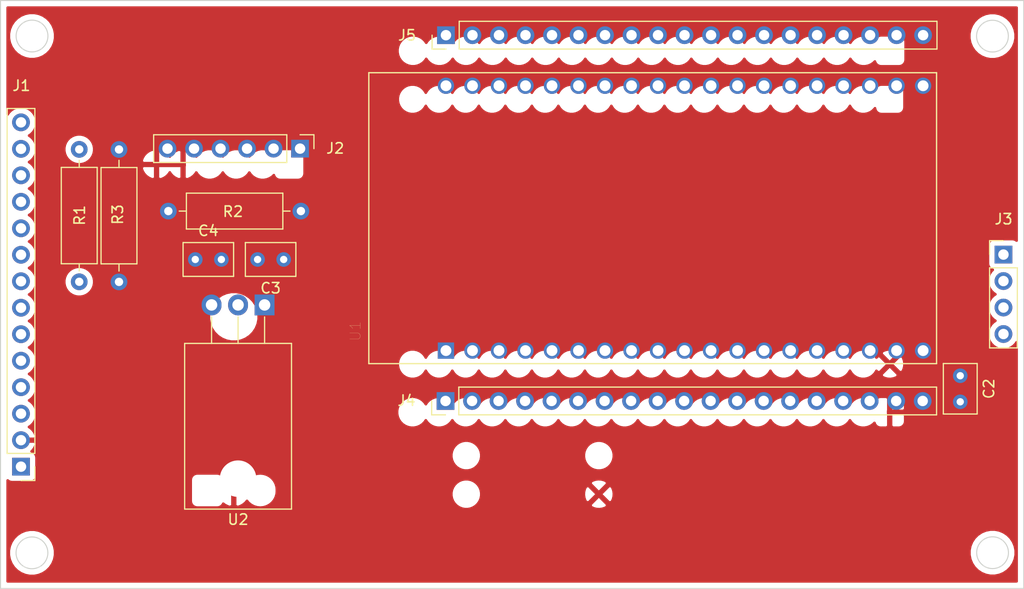
<source format=kicad_pcb>
(kicad_pcb (version 20171130) (host pcbnew 5.1.9-73d0e3b20d~88~ubuntu18.04.1)

  (general
    (thickness 1.6)
    (drawings 23)
    (tracks 0)
    (zones 0)
    (modules 13)
    (nets 46)
  )

  (page A4)
  (layers
    (0 F.Cu signal hide)
    (31 B.Cu signal)
    (32 B.Adhes user)
    (33 F.Adhes user)
    (34 B.Paste user)
    (35 F.Paste user)
    (36 B.SilkS user)
    (37 F.SilkS user)
    (38 B.Mask user)
    (39 F.Mask user)
    (40 Dwgs.User user hide)
    (41 Cmts.User user)
    (42 Eco1.User user)
    (43 Eco2.User user)
    (44 Edge.Cuts user)
    (45 Margin user)
    (46 B.CrtYd user)
    (47 F.CrtYd user hide)
    (48 B.Fab user)
    (49 F.Fab user hide)
  )

  (setup
    (last_trace_width 0.25)
    (trace_clearance 0.2)
    (zone_clearance 0.508)
    (zone_45_only no)
    (trace_min 0.2)
    (via_size 0.8)
    (via_drill 0.4)
    (via_min_size 0.4)
    (via_min_drill 0.3)
    (uvia_size 0.3)
    (uvia_drill 0.1)
    (uvias_allowed no)
    (uvia_min_size 0.2)
    (uvia_min_drill 0.1)
    (edge_width 0.1)
    (segment_width 0.2)
    (pcb_text_width 0.3)
    (pcb_text_size 1.5 1.5)
    (mod_edge_width 0.15)
    (mod_text_size 1 1)
    (mod_text_width 0.15)
    (pad_size 1.524 1.524)
    (pad_drill 0.762)
    (pad_to_mask_clearance 0)
    (aux_axis_origin 0 0)
    (visible_elements FFFFFF7F)
    (pcbplotparams
      (layerselection 0x010fc_ffffffff)
      (usegerberextensions false)
      (usegerberattributes true)
      (usegerberadvancedattributes true)
      (creategerberjobfile true)
      (excludeedgelayer true)
      (linewidth 0.100000)
      (plotframeref false)
      (viasonmask false)
      (mode 1)
      (useauxorigin false)
      (hpglpennumber 1)
      (hpglpenspeed 20)
      (hpglpendiameter 15.000000)
      (psnegative false)
      (psa4output false)
      (plotreference true)
      (plotvalue true)
      (plotinvisibletext false)
      (padsonsilk false)
      (subtractmaskfromsilk false)
      (outputformat 1)
      (mirror false)
      (drillshape 1)
      (scaleselection 1)
      (outputdirectory ""))
  )

  (net 0 "")
  (net 1 /T_IRQ)
  (net 2 /T_DO)
  (net 3 /SDI_MOSI)
  (net 4 /T_CS)
  (net 5 /SCK)
  (net 6 "/SDO(MISO)")
  (net 7 /VCC)
  (net 8 /DC)
  (net 9 /RESET)
  (net 10 /CS)
  (net 11 GND)
  (net 12 /SGP)
  (net 13 "Net-(J2-Pad3)")
  (net 14 /RXD)
  (net 15 /12v)
  (net 16 "Net-(J3-Pad4)")
  (net 17 "Net-(J3-Pad3)")
  (net 18 "Net-(J3-Pad2)")
  (net 19 "Net-(J3-Pad1)")
  (net 20 /TXD)
  (net 21 /3.3)
  (net 22 /CLK)
  (net 23 /SD0)
  (net 24 /SD1)
  (net 25 /IO0)
  (net 26 /IO5)
  (net 27 /GND2)
  (net 28 /RXD0)
  (net 29 /TXD0)
  (net 30 /CMD)
  (net 31 /SD3)
  (net 32 /SD2)
  (net 33 /IO13)
  (net 34 /GND1)
  (net 35 /IO12)
  (net 36 /IO14)
  (net 37 /IO27)
  (net 38 /IO26)
  (net 39 /IO25)
  (net 40 /IO33)
  (net 41 /IO32)
  (net 42 /IO35)
  (net 43 /IO34)
  (net 44 /SN_VN)
  (net 45 /EN)

  (net_class Default "This is the default net class."
    (clearance 0.2)
    (trace_width 0.25)
    (via_dia 0.8)
    (via_drill 0.4)
    (uvia_dia 0.3)
    (uvia_drill 0.1)
    (add_net /12v)
    (add_net /3.3)
    (add_net /CLK)
    (add_net /CMD)
    (add_net /CS)
    (add_net /DC)
    (add_net /EN)
    (add_net /GND1)
    (add_net /GND2)
    (add_net /IO0)
    (add_net /IO12)
    (add_net /IO13)
    (add_net /IO14)
    (add_net /IO25)
    (add_net /IO26)
    (add_net /IO27)
    (add_net /IO32)
    (add_net /IO33)
    (add_net /IO34)
    (add_net /IO35)
    (add_net /IO5)
    (add_net /RESET)
    (add_net /RXD)
    (add_net /RXD0)
    (add_net /SCK)
    (add_net /SD0)
    (add_net /SD1)
    (add_net /SD2)
    (add_net /SD3)
    (add_net /SDI_MOSI)
    (add_net "/SDO(MISO)")
    (add_net /SGP)
    (add_net /SN_VN)
    (add_net /TXD)
    (add_net /TXD0)
    (add_net /T_CS)
    (add_net /T_DO)
    (add_net /T_IRQ)
    (add_net /VCC)
    (add_net GND)
    (add_net "Net-(J2-Pad3)")
    (add_net "Net-(J3-Pad1)")
    (add_net "Net-(J3-Pad2)")
    (add_net "Net-(J3-Pad3)")
    (add_net "Net-(J3-Pad4)")
  )

  (module ESP32_Wroom:MODULE_ESP32-DEVKITC-32D (layer F.Cu) (tedit 6022B4EE) (tstamp 6073DD3E)
    (at 177.25 85.39 90)
    (path /6023309E)
    (fp_text reference U1 (at -10.829175 -28.446045 90) (layer F.SilkS)
      (effects (font (size 1.000386 1.000386) (thickness 0.015)))
    )
    (fp_text value ESP32-DEVKITC-32D (at 1.24136 28.294535 90) (layer F.Fab)
      (effects (font (size 1.001047 1.001047) (thickness 0.015)))
    )
    (fp_line (start -13.95 -27.15) (end 13.95 -27.15) (layer F.Fab) (width 0.127))
    (fp_line (start 13.95 -27.15) (end 13.95 27.25) (layer F.Fab) (width 0.127))
    (fp_line (start 13.95 27.25) (end -13.95 27.25) (layer F.Fab) (width 0.127))
    (fp_line (start -13.95 27.25) (end -13.95 -27.15) (layer F.Fab) (width 0.127))
    (fp_line (start -13.95 27.25) (end -13.95 -27.15) (layer F.SilkS) (width 0.127))
    (fp_line (start -13.95 -27.15) (end 13.95 -27.15) (layer F.SilkS) (width 0.127))
    (fp_line (start 13.95 -27.15) (end 13.95 27.25) (layer F.SilkS) (width 0.127))
    (fp_line (start 13.95 27.25) (end -13.95 27.25) (layer F.SilkS) (width 0.127))
    (fp_line (start -14.2 -27.4) (end 14.2 -27.4) (layer F.CrtYd) (width 0.05))
    (fp_line (start 14.2 -27.4) (end 14.2 27.5) (layer F.CrtYd) (width 0.05))
    (fp_line (start 14.2 27.5) (end -14.2 27.5) (layer F.CrtYd) (width 0.05))
    (fp_line (start -14.2 27.5) (end -14.2 -27.4) (layer F.CrtYd) (width 0.05))
    (fp_circle (center -14.6 -19.9) (end -14.46 -19.9) (layer F.Fab) (width 0.28))
    (fp_circle (center -14.6 -19.9) (end -14.46 -19.9) (layer F.Fab) (width 0.28))
    (pad 38 thru_hole circle (at 12.7 25.96 90) (size 1.56 1.56) (drill 1.04) (layers *.Cu *.Mask)
      (net 22 /CLK))
    (pad 37 thru_hole circle (at 12.7 23.42 90) (size 1.56 1.56) (drill 1.04) (layers *.Cu *.Mask)
      (net 23 /SD0))
    (pad 36 thru_hole circle (at 12.7 20.88 90) (size 1.56 1.56) (drill 1.04) (layers *.Cu *.Mask)
      (net 24 /SD1))
    (pad 35 thru_hole circle (at 12.7 18.34 90) (size 1.56 1.56) (drill 1.04) (layers *.Cu *.Mask)
      (net 10 /CS))
    (pad 34 thru_hole circle (at 12.7 15.8 90) (size 1.56 1.56) (drill 1.04) (layers *.Cu *.Mask)
      (net 8 /DC))
    (pad 33 thru_hole circle (at 12.7 13.26 90) (size 1.56 1.56) (drill 1.04) (layers *.Cu *.Mask)
      (net 25 /IO0))
    (pad 32 thru_hole circle (at 12.7 10.72 90) (size 1.56 1.56) (drill 1.04) (layers *.Cu *.Mask)
      (net 9 /RESET))
    (pad 31 thru_hole circle (at 12.7 8.18 90) (size 1.56 1.56) (drill 1.04) (layers *.Cu *.Mask)
      (net 20 /TXD))
    (pad 30 thru_hole circle (at 12.7 5.64 90) (size 1.56 1.56) (drill 1.04) (layers *.Cu *.Mask)
      (net 14 /RXD))
    (pad 29 thru_hole circle (at 12.7 3.1 90) (size 1.56 1.56) (drill 1.04) (layers *.Cu *.Mask)
      (net 26 /IO5))
    (pad 28 thru_hole circle (at 12.7 0.56 90) (size 1.56 1.56) (drill 1.04) (layers *.Cu *.Mask)
      (net 5 /SCK))
    (pad 27 thru_hole circle (at 12.7 -1.98 90) (size 1.56 1.56) (drill 1.04) (layers *.Cu *.Mask)
      (net 2 /T_DO))
    (pad 26 thru_hole circle (at 12.7 -4.52 90) (size 1.56 1.56) (drill 1.04) (layers *.Cu *.Mask)
      (net 27 /GND2))
    (pad 25 thru_hole circle (at 12.7 -7.06 90) (size 1.56 1.56) (drill 1.04) (layers *.Cu *.Mask)
      (net 4 /T_CS))
    (pad 24 thru_hole circle (at 12.7 -9.6 90) (size 1.56 1.56) (drill 1.04) (layers *.Cu *.Mask)
      (net 28 /RXD0))
    (pad 23 thru_hole circle (at 12.7 -12.14 90) (size 1.56 1.56) (drill 1.04) (layers *.Cu *.Mask)
      (net 29 /TXD0))
    (pad 22 thru_hole circle (at 12.7 -14.68 90) (size 1.56 1.56) (drill 1.04) (layers *.Cu *.Mask)
      (net 1 /T_IRQ))
    (pad 21 thru_hole circle (at 12.7 -17.22 90) (size 1.56 1.56) (drill 1.04) (layers *.Cu *.Mask)
      (net 3 /SDI_MOSI))
    (pad 20 thru_hole circle (at 12.7 -19.76 90) (size 1.56 1.56) (drill 1.04) (layers *.Cu *.Mask)
      (net 11 GND))
    (pad 18 thru_hole circle (at -12.7 23.42 90) (size 1.56 1.56) (drill 1.04) (layers *.Cu *.Mask)
      (net 30 /CMD))
    (pad 17 thru_hole circle (at -12.7 20.88 90) (size 1.56 1.56) (drill 1.04) (layers *.Cu *.Mask)
      (net 31 /SD3))
    (pad 16 thru_hole circle (at -12.7 18.34 90) (size 1.56 1.56) (drill 1.04) (layers *.Cu *.Mask)
      (net 32 /SD2))
    (pad 15 thru_hole circle (at -12.7 15.8 90) (size 1.56 1.56) (drill 1.04) (layers *.Cu *.Mask)
      (net 33 /IO13))
    (pad 14 thru_hole circle (at -12.7 13.26 90) (size 1.56 1.56) (drill 1.04) (layers *.Cu *.Mask)
      (net 34 /GND1))
    (pad 13 thru_hole circle (at -12.7 10.72 90) (size 1.56 1.56) (drill 1.04) (layers *.Cu *.Mask)
      (net 35 /IO12))
    (pad 12 thru_hole circle (at -12.7 8.18 90) (size 1.56 1.56) (drill 1.04) (layers *.Cu *.Mask)
      (net 36 /IO14))
    (pad 11 thru_hole circle (at -12.7 5.64 90) (size 1.56 1.56) (drill 1.04) (layers *.Cu *.Mask)
      (net 37 /IO27))
    (pad 10 thru_hole circle (at -12.7 3.1 90) (size 1.56 1.56) (drill 1.04) (layers *.Cu *.Mask)
      (net 38 /IO26))
    (pad 9 thru_hole circle (at -12.7 0.56 90) (size 1.56 1.56) (drill 1.04) (layers *.Cu *.Mask)
      (net 39 /IO25))
    (pad 8 thru_hole circle (at -12.7 -1.98 90) (size 1.56 1.56) (drill 1.04) (layers *.Cu *.Mask)
      (net 40 /IO33))
    (pad 7 thru_hole circle (at -12.7 -4.52 90) (size 1.56 1.56) (drill 1.04) (layers *.Cu *.Mask)
      (net 41 /IO32))
    (pad 6 thru_hole circle (at -12.7 -7.06 90) (size 1.56 1.56) (drill 1.04) (layers *.Cu *.Mask)
      (net 42 /IO35))
    (pad 5 thru_hole circle (at -12.7 -9.6 90) (size 1.56 1.56) (drill 1.04) (layers *.Cu *.Mask)
      (net 43 /IO34))
    (pad 4 thru_hole circle (at -12.7 -12.14 90) (size 1.56 1.56) (drill 1.04) (layers *.Cu *.Mask)
      (net 44 /SN_VN))
    (pad 3 thru_hole circle (at -12.7 -14.68 90) (size 1.56 1.56) (drill 1.04) (layers *.Cu *.Mask)
      (net 12 /SGP))
    (pad 19 thru_hole circle (at -12.7 25.96 90) (size 1.56 1.56) (drill 1.04) (layers *.Cu *.Mask)
      (net 7 /VCC))
    (pad 2 thru_hole circle (at -12.7 -17.22 90) (size 1.56 1.56) (drill 1.04) (layers *.Cu *.Mask)
      (net 45 /EN))
    (pad 1 thru_hole rect (at -12.7 -19.76 90) (size 1.56 1.56) (drill 1.04) (layers *.Cu *.Mask)
      (net 21 /3.3))
  )

  (module Capacitor_THT:C_Rect_L4.6mm_W3.0mm_P2.50mm_MKS02_FKP02 (layer F.Cu) (tedit 5AE50EF0) (tstamp 6077C80B)
    (at 133.47 89.35)
    (descr "C, Rect series, Radial, pin pitch=2.50mm, , length*width=4.6*3.0mm^2, Capacitor, http://www.wima.de/DE/WIMA_MKS_02.pdf")
    (tags "C Rect series Radial pin pitch 2.50mm  length 4.6mm width 3.0mm Capacitor")
    (path /607BF0F4)
    (fp_text reference C4 (at 1.25 -2.75) (layer F.SilkS)
      (effects (font (size 1 1) (thickness 0.15)))
    )
    (fp_text value 100n (at 1.25 2.75) (layer F.Fab)
      (effects (font (size 1 1) (thickness 0.15)))
    )
    (fp_text user %R (at 1.25 0) (layer F.Fab)
      (effects (font (size 0.92 0.92) (thickness 0.138)))
    )
    (fp_line (start -1.05 -1.5) (end -1.05 1.5) (layer F.Fab) (width 0.1))
    (fp_line (start -1.05 1.5) (end 3.55 1.5) (layer F.Fab) (width 0.1))
    (fp_line (start 3.55 1.5) (end 3.55 -1.5) (layer F.Fab) (width 0.1))
    (fp_line (start 3.55 -1.5) (end -1.05 -1.5) (layer F.Fab) (width 0.1))
    (fp_line (start -1.17 -1.62) (end 3.67 -1.62) (layer F.SilkS) (width 0.12))
    (fp_line (start -1.17 1.62) (end 3.67 1.62) (layer F.SilkS) (width 0.12))
    (fp_line (start -1.17 -1.62) (end -1.17 1.62) (layer F.SilkS) (width 0.12))
    (fp_line (start 3.67 -1.62) (end 3.67 1.62) (layer F.SilkS) (width 0.12))
    (fp_line (start -1.3 -1.75) (end -1.3 1.75) (layer F.CrtYd) (width 0.05))
    (fp_line (start -1.3 1.75) (end 3.8 1.75) (layer F.CrtYd) (width 0.05))
    (fp_line (start 3.8 1.75) (end 3.8 -1.75) (layer F.CrtYd) (width 0.05))
    (fp_line (start 3.8 -1.75) (end -1.3 -1.75) (layer F.CrtYd) (width 0.05))
    (pad 2 thru_hole circle (at 2.5 0) (size 1.4 1.4) (drill 0.7) (layers *.Cu *.Mask)
      (net 11 GND))
    (pad 1 thru_hole circle (at 0 0) (size 1.4 1.4) (drill 0.7) (layers *.Cu *.Mask)
      (net 7 /VCC))
    (model ${KISYS3DMOD}/Capacitor_THT.3dshapes/C_Rect_L4.6mm_W3.0mm_P2.50mm_MKS02_FKP02.wrl
      (at (xyz 0 0 0))
      (scale (xyz 1 1 1))
      (rotate (xyz 0 0 0))
    )
  )

  (module Capacitor_THT:C_Rect_L4.6mm_W3.0mm_P2.50mm_MKS02_FKP02 (layer F.Cu) (tedit 5AE50EF0) (tstamp 6077C7D4)
    (at 206.77 100.5 270)
    (descr "C, Rect series, Radial, pin pitch=2.50mm, , length*width=4.6*3.0mm^2, Capacitor, http://www.wima.de/DE/WIMA_MKS_02.pdf")
    (tags "C Rect series Radial pin pitch 2.50mm  length 4.6mm width 3.0mm Capacitor")
    (path /603C635A)
    (fp_text reference C2 (at 1.25 -2.75 90) (layer F.SilkS)
      (effects (font (size 1 1) (thickness 0.15)))
    )
    (fp_text value 100n (at 1.25 2.75 90) (layer F.Fab)
      (effects (font (size 1 1) (thickness 0.15)))
    )
    (fp_text user %R (at 1.25 0 90) (layer F.Fab)
      (effects (font (size 0.92 0.92) (thickness 0.138)))
    )
    (fp_line (start -1.05 -1.5) (end -1.05 1.5) (layer F.Fab) (width 0.1))
    (fp_line (start -1.05 1.5) (end 3.55 1.5) (layer F.Fab) (width 0.1))
    (fp_line (start 3.55 1.5) (end 3.55 -1.5) (layer F.Fab) (width 0.1))
    (fp_line (start 3.55 -1.5) (end -1.05 -1.5) (layer F.Fab) (width 0.1))
    (fp_line (start -1.17 -1.62) (end 3.67 -1.62) (layer F.SilkS) (width 0.12))
    (fp_line (start -1.17 1.62) (end 3.67 1.62) (layer F.SilkS) (width 0.12))
    (fp_line (start -1.17 -1.62) (end -1.17 1.62) (layer F.SilkS) (width 0.12))
    (fp_line (start 3.67 -1.62) (end 3.67 1.62) (layer F.SilkS) (width 0.12))
    (fp_line (start -1.3 -1.75) (end -1.3 1.75) (layer F.CrtYd) (width 0.05))
    (fp_line (start -1.3 1.75) (end 3.8 1.75) (layer F.CrtYd) (width 0.05))
    (fp_line (start 3.8 1.75) (end 3.8 -1.75) (layer F.CrtYd) (width 0.05))
    (fp_line (start 3.8 -1.75) (end -1.3 -1.75) (layer F.CrtYd) (width 0.05))
    (pad 2 thru_hole circle (at 2.5 0 270) (size 1.4 1.4) (drill 0.7) (layers *.Cu *.Mask)
      (net 11 GND))
    (pad 1 thru_hole circle (at 0 0 270) (size 1.4 1.4) (drill 0.7) (layers *.Cu *.Mask)
      (net 7 /VCC))
    (model ${KISYS3DMOD}/Capacitor_THT.3dshapes/C_Rect_L4.6mm_W3.0mm_P2.50mm_MKS02_FKP02.wrl
      (at (xyz 0 0 0))
      (scale (xyz 1 1 1))
      (rotate (xyz 0 0 0))
    )
  )

  (module Capacitor_THT:C_Rect_L4.6mm_W3.0mm_P2.50mm_MKS02_FKP02 (layer F.Cu) (tedit 5AE50EF0) (tstamp 6077B575)
    (at 141.94 89.35 180)
    (descr "C, Rect series, Radial, pin pitch=2.50mm, , length*width=4.6*3.0mm^2, Capacitor, http://www.wima.de/DE/WIMA_MKS_02.pdf")
    (tags "C Rect series Radial pin pitch 2.50mm  length 4.6mm width 3.0mm Capacitor")
    (path /607A859E)
    (fp_text reference C3 (at 1.25 -2.75) (layer F.SilkS)
      (effects (font (size 1 1) (thickness 0.15)))
    )
    (fp_text value 100n (at 1.25 2.75) (layer F.Fab)
      (effects (font (size 1 1) (thickness 0.15)))
    )
    (fp_text user %R (at 1.25 0) (layer F.Fab)
      (effects (font (size 0.92 0.92) (thickness 0.138)))
    )
    (fp_line (start -1.05 -1.5) (end -1.05 1.5) (layer F.Fab) (width 0.1))
    (fp_line (start -1.05 1.5) (end 3.55 1.5) (layer F.Fab) (width 0.1))
    (fp_line (start 3.55 1.5) (end 3.55 -1.5) (layer F.Fab) (width 0.1))
    (fp_line (start 3.55 -1.5) (end -1.05 -1.5) (layer F.Fab) (width 0.1))
    (fp_line (start -1.17 -1.62) (end 3.67 -1.62) (layer F.SilkS) (width 0.12))
    (fp_line (start -1.17 1.62) (end 3.67 1.62) (layer F.SilkS) (width 0.12))
    (fp_line (start -1.17 -1.62) (end -1.17 1.62) (layer F.SilkS) (width 0.12))
    (fp_line (start 3.67 -1.62) (end 3.67 1.62) (layer F.SilkS) (width 0.12))
    (fp_line (start -1.3 -1.75) (end -1.3 1.75) (layer F.CrtYd) (width 0.05))
    (fp_line (start -1.3 1.75) (end 3.8 1.75) (layer F.CrtYd) (width 0.05))
    (fp_line (start 3.8 1.75) (end 3.8 -1.75) (layer F.CrtYd) (width 0.05))
    (fp_line (start 3.8 -1.75) (end -1.3 -1.75) (layer F.CrtYd) (width 0.05))
    (pad 2 thru_hole circle (at 2.5 0 180) (size 1.4 1.4) (drill 0.7) (layers *.Cu *.Mask)
      (net 11 GND))
    (pad 1 thru_hole circle (at 0 0 180) (size 1.4 1.4) (drill 0.7) (layers *.Cu *.Mask)
      (net 15 /12v))
    (model ${KISYS3DMOD}/Capacitor_THT.3dshapes/C_Rect_L4.6mm_W3.0mm_P2.50mm_MKS02_FKP02.wrl
      (at (xyz 0 0 0))
      (scale (xyz 1 1 1))
      (rotate (xyz 0 0 0))
    )
  )

  (module Resistor_THT:R_Axial_DIN0309_L9.0mm_D3.2mm_P12.70mm_Horizontal (layer F.Cu) (tedit 5AE5139B) (tstamp 6074CD87)
    (at 126.16 91.5 90)
    (descr "Resistor, Axial_DIN0309 series, Axial, Horizontal, pin pitch=12.7mm, 0.5W = 1/2W, length*diameter=9*3.2mm^2, http://cdn-reichelt.de/documents/datenblatt/B400/1_4W%23YAG.pdf")
    (tags "Resistor Axial_DIN0309 series Axial Horizontal pin pitch 12.7mm 0.5W = 1/2W length 9mm diameter 3.2mm")
    (path /6025AA62)
    (fp_text reference R3 (at 6.46 -0.12 90) (layer F.SilkS)
      (effects (font (size 1 1) (thickness 0.15)))
    )
    (fp_text value 2k2 (at 6.35 2.72 90) (layer F.Fab)
      (effects (font (size 1 1) (thickness 0.15)))
    )
    (fp_line (start 1.85 -1.6) (end 1.85 1.6) (layer F.Fab) (width 0.1))
    (fp_line (start 1.85 1.6) (end 10.85 1.6) (layer F.Fab) (width 0.1))
    (fp_line (start 10.85 1.6) (end 10.85 -1.6) (layer F.Fab) (width 0.1))
    (fp_line (start 10.85 -1.6) (end 1.85 -1.6) (layer F.Fab) (width 0.1))
    (fp_line (start 0 0) (end 1.85 0) (layer F.Fab) (width 0.1))
    (fp_line (start 12.7 0) (end 10.85 0) (layer F.Fab) (width 0.1))
    (fp_line (start 1.73 -1.72) (end 1.73 1.72) (layer F.SilkS) (width 0.12))
    (fp_line (start 1.73 1.72) (end 10.97 1.72) (layer F.SilkS) (width 0.12))
    (fp_line (start 10.97 1.72) (end 10.97 -1.72) (layer F.SilkS) (width 0.12))
    (fp_line (start 10.97 -1.72) (end 1.73 -1.72) (layer F.SilkS) (width 0.12))
    (fp_line (start 1.04 0) (end 1.73 0) (layer F.SilkS) (width 0.12))
    (fp_line (start 11.66 0) (end 10.97 0) (layer F.SilkS) (width 0.12))
    (fp_line (start -1.05 -1.85) (end -1.05 1.85) (layer F.CrtYd) (width 0.05))
    (fp_line (start -1.05 1.85) (end 13.75 1.85) (layer F.CrtYd) (width 0.05))
    (fp_line (start 13.75 1.85) (end 13.75 -1.85) (layer F.CrtYd) (width 0.05))
    (fp_line (start 13.75 -1.85) (end -1.05 -1.85) (layer F.CrtYd) (width 0.05))
    (fp_text user %R (at 6.35 0 90) (layer F.Fab)
      (effects (font (size 1 1) (thickness 0.15)))
    )
    (pad 2 thru_hole oval (at 12.7 0 90) (size 1.6 1.6) (drill 0.8) (layers *.Cu *.Mask)
      (net 13 "Net-(J2-Pad3)"))
    (pad 1 thru_hole circle (at 0 0 90) (size 1.6 1.6) (drill 0.8) (layers *.Cu *.Mask)
      (net 11 GND))
    (model ${KISYS3DMOD}/Resistor_THT.3dshapes/R_Axial_DIN0309_L9.0mm_D3.2mm_P12.70mm_Horizontal.wrl
      (at (xyz 0 0 0))
      (scale (xyz 1 1 1))
      (rotate (xyz 0 0 0))
    )
  )

  (module Resistor_THT:R_Axial_DIN0309_L9.0mm_D3.2mm_P12.70mm_Horizontal (layer F.Cu) (tedit 5AE5139B) (tstamp 6074CD70)
    (at 143.59 84.71 180)
    (descr "Resistor, Axial_DIN0309 series, Axial, Horizontal, pin pitch=12.7mm, 0.5W = 1/2W, length*diameter=9*3.2mm^2, http://cdn-reichelt.de/documents/datenblatt/B400/1_4W%23YAG.pdf")
    (tags "Resistor Axial_DIN0309 series Axial Horizontal pin pitch 12.7mm 0.5W = 1/2W length 9mm diameter 3.2mm")
    (path /6025A4DF)
    (fp_text reference R2 (at 6.51 -0.05) (layer F.SilkS)
      (effects (font (size 1 1) (thickness 0.15)))
    )
    (fp_text value 1k (at 6.35 2.72) (layer F.Fab)
      (effects (font (size 1 1) (thickness 0.15)))
    )
    (fp_line (start 1.85 -1.6) (end 1.85 1.6) (layer F.Fab) (width 0.1))
    (fp_line (start 1.85 1.6) (end 10.85 1.6) (layer F.Fab) (width 0.1))
    (fp_line (start 10.85 1.6) (end 10.85 -1.6) (layer F.Fab) (width 0.1))
    (fp_line (start 10.85 -1.6) (end 1.85 -1.6) (layer F.Fab) (width 0.1))
    (fp_line (start 0 0) (end 1.85 0) (layer F.Fab) (width 0.1))
    (fp_line (start 12.7 0) (end 10.85 0) (layer F.Fab) (width 0.1))
    (fp_line (start 1.73 -1.72) (end 1.73 1.72) (layer F.SilkS) (width 0.12))
    (fp_line (start 1.73 1.72) (end 10.97 1.72) (layer F.SilkS) (width 0.12))
    (fp_line (start 10.97 1.72) (end 10.97 -1.72) (layer F.SilkS) (width 0.12))
    (fp_line (start 10.97 -1.72) (end 1.73 -1.72) (layer F.SilkS) (width 0.12))
    (fp_line (start 1.04 0) (end 1.73 0) (layer F.SilkS) (width 0.12))
    (fp_line (start 11.66 0) (end 10.97 0) (layer F.SilkS) (width 0.12))
    (fp_line (start -1.05 -1.85) (end -1.05 1.85) (layer F.CrtYd) (width 0.05))
    (fp_line (start -1.05 1.85) (end 13.75 1.85) (layer F.CrtYd) (width 0.05))
    (fp_line (start 13.75 1.85) (end 13.75 -1.85) (layer F.CrtYd) (width 0.05))
    (fp_line (start 13.75 -1.85) (end -1.05 -1.85) (layer F.CrtYd) (width 0.05))
    (fp_text user %R (at 6.35 0) (layer F.Fab)
      (effects (font (size 1 1) (thickness 0.15)))
    )
    (pad 2 thru_hole oval (at 12.7 0 180) (size 1.6 1.6) (drill 0.8) (layers *.Cu *.Mask)
      (net 13 "Net-(J2-Pad3)"))
    (pad 1 thru_hole circle (at 0 0 180) (size 1.6 1.6) (drill 0.8) (layers *.Cu *.Mask)
      (net 20 /TXD))
    (model ${KISYS3DMOD}/Resistor_THT.3dshapes/R_Axial_DIN0309_L9.0mm_D3.2mm_P12.70mm_Horizontal.wrl
      (at (xyz 0 0 0))
      (scale (xyz 1 1 1))
      (rotate (xyz 0 0 0))
    )
  )

  (module Resistor_THT:R_Axial_DIN0309_L9.0mm_D3.2mm_P12.70mm_Horizontal (layer F.Cu) (tedit 5AE5139B) (tstamp 6074CD59)
    (at 122.35 78.79 270)
    (descr "Resistor, Axial_DIN0309 series, Axial, Horizontal, pin pitch=12.7mm, 0.5W = 1/2W, length*diameter=9*3.2mm^2, http://cdn-reichelt.de/documents/datenblatt/B400/1_4W%23YAG.pdf")
    (tags "Resistor Axial_DIN0309 series Axial Horizontal pin pitch 12.7mm 0.5W = 1/2W length 9mm diameter 3.2mm")
    (path /6025A0F1)
    (fp_text reference R1 (at 6.33 -0.04 90) (layer F.SilkS)
      (effects (font (size 1 1) (thickness 0.15)))
    )
    (fp_text value 1K (at 6.35 2.72 90) (layer F.Fab)
      (effects (font (size 1 1) (thickness 0.15)))
    )
    (fp_line (start 1.85 -1.6) (end 1.85 1.6) (layer F.Fab) (width 0.1))
    (fp_line (start 1.85 1.6) (end 10.85 1.6) (layer F.Fab) (width 0.1))
    (fp_line (start 10.85 1.6) (end 10.85 -1.6) (layer F.Fab) (width 0.1))
    (fp_line (start 10.85 -1.6) (end 1.85 -1.6) (layer F.Fab) (width 0.1))
    (fp_line (start 0 0) (end 1.85 0) (layer F.Fab) (width 0.1))
    (fp_line (start 12.7 0) (end 10.85 0) (layer F.Fab) (width 0.1))
    (fp_line (start 1.73 -1.72) (end 1.73 1.72) (layer F.SilkS) (width 0.12))
    (fp_line (start 1.73 1.72) (end 10.97 1.72) (layer F.SilkS) (width 0.12))
    (fp_line (start 10.97 1.72) (end 10.97 -1.72) (layer F.SilkS) (width 0.12))
    (fp_line (start 10.97 -1.72) (end 1.73 -1.72) (layer F.SilkS) (width 0.12))
    (fp_line (start 1.04 0) (end 1.73 0) (layer F.SilkS) (width 0.12))
    (fp_line (start 11.66 0) (end 10.97 0) (layer F.SilkS) (width 0.12))
    (fp_line (start -1.05 -1.85) (end -1.05 1.85) (layer F.CrtYd) (width 0.05))
    (fp_line (start -1.05 1.85) (end 13.75 1.85) (layer F.CrtYd) (width 0.05))
    (fp_line (start 13.75 1.85) (end 13.75 -1.85) (layer F.CrtYd) (width 0.05))
    (fp_line (start 13.75 -1.85) (end -1.05 -1.85) (layer F.CrtYd) (width 0.05))
    (fp_text user %R (at 6.35 0 90) (layer F.Fab)
      (effects (font (size 1 1) (thickness 0.15)))
    )
    (pad 2 thru_hole oval (at 12.7 0 270) (size 1.6 1.6) (drill 0.8) (layers *.Cu *.Mask)
      (net 6 "/SDO(MISO)"))
    (pad 1 thru_hole circle (at 0 0 270) (size 1.6 1.6) (drill 0.8) (layers *.Cu *.Mask)
      (net 2 /T_DO))
    (model ${KISYS3DMOD}/Resistor_THT.3dshapes/R_Axial_DIN0309_L9.0mm_D3.2mm_P12.70mm_Horizontal.wrl
      (at (xyz 0 0 0))
      (scale (xyz 1 1 1))
      (rotate (xyz 0 0 0))
    )
  )

  (module Connector_PinHeader_2.54mm:PinHeader_1x19_P2.54mm_Vertical (layer F.Cu) (tedit 59FED5CC) (tstamp 6073F9AA)
    (at 157.49 67.84 90)
    (descr "Through hole straight pin header, 1x19, 2.54mm pitch, single row")
    (tags "Through hole pin header THT 1x19 2.54mm single row")
    (path /6087F2F5)
    (fp_text reference J5 (at -0.01 -3.73) (layer F.SilkS)
      (effects (font (size 1 1) (thickness 0.15)))
    )
    (fp_text value Conn_01x19 (at 0 48.05 90) (layer F.Fab)
      (effects (font (size 1 1) (thickness 0.15)))
    )
    (fp_line (start 1.8 -1.8) (end -1.8 -1.8) (layer F.CrtYd) (width 0.05))
    (fp_line (start 1.8 47.5) (end 1.8 -1.8) (layer F.CrtYd) (width 0.05))
    (fp_line (start -1.8 47.5) (end 1.8 47.5) (layer F.CrtYd) (width 0.05))
    (fp_line (start -1.8 -1.8) (end -1.8 47.5) (layer F.CrtYd) (width 0.05))
    (fp_line (start -1.33 -1.33) (end 0 -1.33) (layer F.SilkS) (width 0.12))
    (fp_line (start -1.33 0) (end -1.33 -1.33) (layer F.SilkS) (width 0.12))
    (fp_line (start -1.33 1.27) (end 1.33 1.27) (layer F.SilkS) (width 0.12))
    (fp_line (start 1.33 1.27) (end 1.33 47.05) (layer F.SilkS) (width 0.12))
    (fp_line (start -1.33 1.27) (end -1.33 47.05) (layer F.SilkS) (width 0.12))
    (fp_line (start -1.33 47.05) (end 1.33 47.05) (layer F.SilkS) (width 0.12))
    (fp_line (start -1.27 -0.635) (end -0.635 -1.27) (layer F.Fab) (width 0.1))
    (fp_line (start -1.27 46.99) (end -1.27 -0.635) (layer F.Fab) (width 0.1))
    (fp_line (start 1.27 46.99) (end -1.27 46.99) (layer F.Fab) (width 0.1))
    (fp_line (start 1.27 -1.27) (end 1.27 46.99) (layer F.Fab) (width 0.1))
    (fp_line (start -0.635 -1.27) (end 1.27 -1.27) (layer F.Fab) (width 0.1))
    (fp_text user %R (at 0 22.86) (layer F.Fab)
      (effects (font (size 1 1) (thickness 0.15)))
    )
    (pad 19 thru_hole oval (at 0 45.72 90) (size 1.7 1.7) (drill 1) (layers *.Cu *.Mask)
      (net 22 /CLK))
    (pad 18 thru_hole oval (at 0 43.18 90) (size 1.7 1.7) (drill 1) (layers *.Cu *.Mask)
      (net 23 /SD0))
    (pad 17 thru_hole oval (at 0 40.64 90) (size 1.7 1.7) (drill 1) (layers *.Cu *.Mask)
      (net 24 /SD1))
    (pad 16 thru_hole oval (at 0 38.1 90) (size 1.7 1.7) (drill 1) (layers *.Cu *.Mask)
      (net 10 /CS))
    (pad 15 thru_hole oval (at 0 35.56 90) (size 1.7 1.7) (drill 1) (layers *.Cu *.Mask)
      (net 8 /DC))
    (pad 14 thru_hole oval (at 0 33.02 90) (size 1.7 1.7) (drill 1) (layers *.Cu *.Mask)
      (net 25 /IO0))
    (pad 13 thru_hole oval (at 0 30.48 90) (size 1.7 1.7) (drill 1) (layers *.Cu *.Mask)
      (net 9 /RESET))
    (pad 12 thru_hole oval (at 0 27.94 90) (size 1.7 1.7) (drill 1) (layers *.Cu *.Mask)
      (net 20 /TXD))
    (pad 11 thru_hole oval (at 0 25.4 90) (size 1.7 1.7) (drill 1) (layers *.Cu *.Mask)
      (net 14 /RXD))
    (pad 10 thru_hole oval (at 0 22.86 90) (size 1.7 1.7) (drill 1) (layers *.Cu *.Mask)
      (net 26 /IO5))
    (pad 9 thru_hole oval (at 0 20.32 90) (size 1.7 1.7) (drill 1) (layers *.Cu *.Mask)
      (net 5 /SCK))
    (pad 8 thru_hole oval (at 0 17.78 90) (size 1.7 1.7) (drill 1) (layers *.Cu *.Mask)
      (net 2 /T_DO))
    (pad 7 thru_hole oval (at 0 15.24 90) (size 1.7 1.7) (drill 1) (layers *.Cu *.Mask)
      (net 27 /GND2))
    (pad 6 thru_hole oval (at 0 12.7 90) (size 1.7 1.7) (drill 1) (layers *.Cu *.Mask)
      (net 4 /T_CS))
    (pad 5 thru_hole oval (at 0 10.16 90) (size 1.7 1.7) (drill 1) (layers *.Cu *.Mask)
      (net 28 /RXD0))
    (pad 4 thru_hole oval (at 0 7.62 90) (size 1.7 1.7) (drill 1) (layers *.Cu *.Mask)
      (net 29 /TXD0))
    (pad 3 thru_hole oval (at 0 5.08 90) (size 1.7 1.7) (drill 1) (layers *.Cu *.Mask)
      (net 1 /T_IRQ))
    (pad 2 thru_hole oval (at 0 2.54 90) (size 1.7 1.7) (drill 1) (layers *.Cu *.Mask)
      (net 3 /SDI_MOSI))
    (pad 1 thru_hole rect (at 0 0 90) (size 1.7 1.7) (drill 1) (layers *.Cu *.Mask)
      (net 11 GND))
    (model ${KISYS3DMOD}/Connector_PinHeader_2.54mm.3dshapes/PinHeader_1x19_P2.54mm_Vertical.wrl
      (at (xyz 0 0 0))
      (scale (xyz 1 1 1))
      (rotate (xyz 0 0 0))
    )
  )

  (module Connector_PinHeader_2.54mm:PinHeader_1x19_P2.54mm_Vertical (layer F.Cu) (tedit 59FED5CC) (tstamp 6073F64B)
    (at 157.45 102.92 90)
    (descr "Through hole straight pin header, 1x19, 2.54mm pitch, single row")
    (tags "Through hole pin header THT 1x19 2.54mm single row")
    (path /6076972D)
    (fp_text reference J4 (at 0.04 -3.74) (layer F.SilkS)
      (effects (font (size 1 1) (thickness 0.15)))
    )
    (fp_text value Conn_01x19 (at 0 48.05 90) (layer F.Fab)
      (effects (font (size 1 1) (thickness 0.15)))
    )
    (fp_line (start 1.8 -1.8) (end -1.8 -1.8) (layer F.CrtYd) (width 0.05))
    (fp_line (start 1.8 47.5) (end 1.8 -1.8) (layer F.CrtYd) (width 0.05))
    (fp_line (start -1.8 47.5) (end 1.8 47.5) (layer F.CrtYd) (width 0.05))
    (fp_line (start -1.8 -1.8) (end -1.8 47.5) (layer F.CrtYd) (width 0.05))
    (fp_line (start -1.33 -1.33) (end 0 -1.33) (layer F.SilkS) (width 0.12))
    (fp_line (start -1.33 0) (end -1.33 -1.33) (layer F.SilkS) (width 0.12))
    (fp_line (start -1.33 1.27) (end 1.33 1.27) (layer F.SilkS) (width 0.12))
    (fp_line (start 1.33 1.27) (end 1.33 47.05) (layer F.SilkS) (width 0.12))
    (fp_line (start -1.33 1.27) (end -1.33 47.05) (layer F.SilkS) (width 0.12))
    (fp_line (start -1.33 47.05) (end 1.33 47.05) (layer F.SilkS) (width 0.12))
    (fp_line (start -1.27 -0.635) (end -0.635 -1.27) (layer F.Fab) (width 0.1))
    (fp_line (start -1.27 46.99) (end -1.27 -0.635) (layer F.Fab) (width 0.1))
    (fp_line (start 1.27 46.99) (end -1.27 46.99) (layer F.Fab) (width 0.1))
    (fp_line (start 1.27 -1.27) (end 1.27 46.99) (layer F.Fab) (width 0.1))
    (fp_line (start -0.635 -1.27) (end 1.27 -1.27) (layer F.Fab) (width 0.1))
    (fp_text user %R (at 0 22.86) (layer F.Fab)
      (effects (font (size 1 1) (thickness 0.15)))
    )
    (pad 19 thru_hole oval (at 0 45.72 90) (size 1.7 1.7) (drill 1) (layers *.Cu *.Mask)
      (net 7 /VCC))
    (pad 18 thru_hole oval (at 0 43.18 90) (size 1.7 1.7) (drill 1) (layers *.Cu *.Mask)
      (net 30 /CMD))
    (pad 17 thru_hole oval (at 0 40.64 90) (size 1.7 1.7) (drill 1) (layers *.Cu *.Mask)
      (net 31 /SD3))
    (pad 16 thru_hole oval (at 0 38.1 90) (size 1.7 1.7) (drill 1) (layers *.Cu *.Mask)
      (net 32 /SD2))
    (pad 15 thru_hole oval (at 0 35.56 90) (size 1.7 1.7) (drill 1) (layers *.Cu *.Mask)
      (net 33 /IO13))
    (pad 14 thru_hole oval (at 0 33.02 90) (size 1.7 1.7) (drill 1) (layers *.Cu *.Mask)
      (net 34 /GND1))
    (pad 13 thru_hole oval (at 0 30.48 90) (size 1.7 1.7) (drill 1) (layers *.Cu *.Mask)
      (net 35 /IO12))
    (pad 12 thru_hole oval (at 0 27.94 90) (size 1.7 1.7) (drill 1) (layers *.Cu *.Mask)
      (net 36 /IO14))
    (pad 11 thru_hole oval (at 0 25.4 90) (size 1.7 1.7) (drill 1) (layers *.Cu *.Mask)
      (net 37 /IO27))
    (pad 10 thru_hole oval (at 0 22.86 90) (size 1.7 1.7) (drill 1) (layers *.Cu *.Mask)
      (net 38 /IO26))
    (pad 9 thru_hole oval (at 0 20.32 90) (size 1.7 1.7) (drill 1) (layers *.Cu *.Mask)
      (net 39 /IO25))
    (pad 8 thru_hole oval (at 0 17.78 90) (size 1.7 1.7) (drill 1) (layers *.Cu *.Mask)
      (net 40 /IO33))
    (pad 7 thru_hole oval (at 0 15.24 90) (size 1.7 1.7) (drill 1) (layers *.Cu *.Mask)
      (net 41 /IO32))
    (pad 6 thru_hole oval (at 0 12.7 90) (size 1.7 1.7) (drill 1) (layers *.Cu *.Mask)
      (net 42 /IO35))
    (pad 5 thru_hole oval (at 0 10.16 90) (size 1.7 1.7) (drill 1) (layers *.Cu *.Mask)
      (net 43 /IO34))
    (pad 4 thru_hole oval (at 0 7.62 90) (size 1.7 1.7) (drill 1) (layers *.Cu *.Mask)
      (net 44 /SN_VN))
    (pad 3 thru_hole oval (at 0 5.08 90) (size 1.7 1.7) (drill 1) (layers *.Cu *.Mask)
      (net 12 /SGP))
    (pad 2 thru_hole oval (at 0 2.54 90) (size 1.7 1.7) (drill 1) (layers *.Cu *.Mask)
      (net 45 /EN))
    (pad 1 thru_hole rect (at 0 0 90) (size 1.7 1.7) (drill 1) (layers *.Cu *.Mask)
      (net 21 /3.3))
    (model ${KISYS3DMOD}/Connector_PinHeader_2.54mm.3dshapes/PinHeader_1x19_P2.54mm_Vertical.wrl
      (at (xyz 0 0 0))
      (scale (xyz 1 1 1))
      (rotate (xyz 0 0 0))
    )
  )

  (module Package_TO_SOT_THT:TO-220-3_Horizontal_TabDown (layer F.Cu) (tedit 5AC8BA0D) (tstamp 6073DD5E)
    (at 140.11 93.71 180)
    (descr "TO-220-3, Horizontal, RM 2.54mm, see https://www.vishay.com/docs/66542/to-220-1.pdf")
    (tags "TO-220-3 Horizontal RM 2.54mm")
    (path /60265D2F)
    (fp_text reference U2 (at 2.54 -20.58) (layer F.SilkS)
      (effects (font (size 1 1) (thickness 0.15)))
    )
    (fp_text value L7805 (at 2.54 2) (layer F.Fab)
      (effects (font (size 1 1) (thickness 0.15)))
    )
    (fp_line (start 7.79 -19.71) (end -2.71 -19.71) (layer F.CrtYd) (width 0.05))
    (fp_line (start 7.79 1.25) (end 7.79 -19.71) (layer F.CrtYd) (width 0.05))
    (fp_line (start -2.71 1.25) (end 7.79 1.25) (layer F.CrtYd) (width 0.05))
    (fp_line (start -2.71 -19.71) (end -2.71 1.25) (layer F.CrtYd) (width 0.05))
    (fp_line (start 5.08 -3.69) (end 5.08 -1.15) (layer F.SilkS) (width 0.12))
    (fp_line (start 2.54 -3.69) (end 2.54 -1.15) (layer F.SilkS) (width 0.12))
    (fp_line (start 0 -3.69) (end 0 -1.15) (layer F.SilkS) (width 0.12))
    (fp_line (start 7.66 -19.58) (end 7.66 -3.69) (layer F.SilkS) (width 0.12))
    (fp_line (start -2.58 -19.58) (end -2.58 -3.69) (layer F.SilkS) (width 0.12))
    (fp_line (start -2.58 -19.58) (end 7.66 -19.58) (layer F.SilkS) (width 0.12))
    (fp_line (start -2.58 -3.69) (end 7.66 -3.69) (layer F.SilkS) (width 0.12))
    (fp_line (start 5.08 -3.81) (end 5.08 0) (layer F.Fab) (width 0.1))
    (fp_line (start 2.54 -3.81) (end 2.54 0) (layer F.Fab) (width 0.1))
    (fp_line (start 0 -3.81) (end 0 0) (layer F.Fab) (width 0.1))
    (fp_line (start 7.54 -3.81) (end -2.46 -3.81) (layer F.Fab) (width 0.1))
    (fp_line (start 7.54 -13.06) (end 7.54 -3.81) (layer F.Fab) (width 0.1))
    (fp_line (start -2.46 -13.06) (end 7.54 -13.06) (layer F.Fab) (width 0.1))
    (fp_line (start -2.46 -3.81) (end -2.46 -13.06) (layer F.Fab) (width 0.1))
    (fp_line (start 7.54 -13.06) (end -2.46 -13.06) (layer F.Fab) (width 0.1))
    (fp_line (start 7.54 -19.46) (end 7.54 -13.06) (layer F.Fab) (width 0.1))
    (fp_line (start -2.46 -19.46) (end 7.54 -19.46) (layer F.Fab) (width 0.1))
    (fp_line (start -2.46 -13.06) (end -2.46 -19.46) (layer F.Fab) (width 0.1))
    (fp_circle (center 2.54 -16.66) (end 4.39 -16.66) (layer F.Fab) (width 0.1))
    (fp_text user %R (at 2.54 -20.58) (layer F.Fab)
      (effects (font (size 1 1) (thickness 0.15)))
    )
    (pad 3 thru_hole oval (at 5.08 0 180) (size 1.905 2) (drill 1.1) (layers *.Cu *.Mask)
      (net 7 /VCC))
    (pad 2 thru_hole oval (at 2.54 0 180) (size 1.905 2) (drill 1.1) (layers *.Cu *.Mask)
      (net 11 GND))
    (pad 1 thru_hole rect (at 0 0 180) (size 1.905 2) (drill 1.1) (layers *.Cu *.Mask)
      (net 15 /12v))
    (pad "" np_thru_hole oval (at 2.54 -16.66 180) (size 3.5 3.5) (drill 3.5) (layers *.Cu *.Mask))
    (model ${KISYS3DMOD}/Package_TO_SOT_THT.3dshapes/TO-220-3_Horizontal_TabDown.wrl
      (at (xyz 0 0 0))
      (scale (xyz 1 1 1))
      (rotate (xyz 0 0 0))
    )
  )

  (module Connector_PinHeader_2.54mm:PinHeader_1x04_P2.54mm_Vertical (layer F.Cu) (tedit 59FED5CC) (tstamp 6073DD06)
    (at 210.91 88.88)
    (descr "Through hole straight pin header, 1x04, 2.54mm pitch, single row")
    (tags "Through hole pin header THT 1x04 2.54mm single row")
    (path /602603E1)
    (fp_text reference J3 (at 0.01 -3.4) (layer F.SilkS)
      (effects (font (size 1 1) (thickness 0.15)))
    )
    (fp_text value "SD Card" (at 0 9.95) (layer F.Fab)
      (effects (font (size 1 1) (thickness 0.15)))
    )
    (fp_line (start 1.8 -1.8) (end -1.8 -1.8) (layer F.CrtYd) (width 0.05))
    (fp_line (start 1.8 9.4) (end 1.8 -1.8) (layer F.CrtYd) (width 0.05))
    (fp_line (start -1.8 9.4) (end 1.8 9.4) (layer F.CrtYd) (width 0.05))
    (fp_line (start -1.8 -1.8) (end -1.8 9.4) (layer F.CrtYd) (width 0.05))
    (fp_line (start -1.33 -1.33) (end 0 -1.33) (layer F.SilkS) (width 0.12))
    (fp_line (start -1.33 0) (end -1.33 -1.33) (layer F.SilkS) (width 0.12))
    (fp_line (start -1.33 1.27) (end 1.33 1.27) (layer F.SilkS) (width 0.12))
    (fp_line (start 1.33 1.27) (end 1.33 8.95) (layer F.SilkS) (width 0.12))
    (fp_line (start -1.33 1.27) (end -1.33 8.95) (layer F.SilkS) (width 0.12))
    (fp_line (start -1.33 8.95) (end 1.33 8.95) (layer F.SilkS) (width 0.12))
    (fp_line (start -1.27 -0.635) (end -0.635 -1.27) (layer F.Fab) (width 0.1))
    (fp_line (start -1.27 8.89) (end -1.27 -0.635) (layer F.Fab) (width 0.1))
    (fp_line (start 1.27 8.89) (end -1.27 8.89) (layer F.Fab) (width 0.1))
    (fp_line (start 1.27 -1.27) (end 1.27 8.89) (layer F.Fab) (width 0.1))
    (fp_line (start -0.635 -1.27) (end 1.27 -1.27) (layer F.Fab) (width 0.1))
    (fp_text user %R (at 0 3.81 90) (layer F.Fab)
      (effects (font (size 1 1) (thickness 0.15)))
    )
    (pad 4 thru_hole oval (at 0 7.62) (size 1.7 1.7) (drill 1) (layers *.Cu *.Mask)
      (net 16 "Net-(J3-Pad4)"))
    (pad 3 thru_hole oval (at 0 5.08) (size 1.7 1.7) (drill 1) (layers *.Cu *.Mask)
      (net 17 "Net-(J3-Pad3)"))
    (pad 2 thru_hole oval (at 0 2.54) (size 1.7 1.7) (drill 1) (layers *.Cu *.Mask)
      (net 18 "Net-(J3-Pad2)"))
    (pad 1 thru_hole rect (at 0 0) (size 1.7 1.7) (drill 1) (layers *.Cu *.Mask)
      (net 19 "Net-(J3-Pad1)"))
    (model ${KISYS3DMOD}/Connector_PinHeader_2.54mm.3dshapes/PinHeader_1x04_P2.54mm_Vertical.wrl
      (at (xyz 0 0 0))
      (scale (xyz 1 1 1))
      (rotate (xyz 0 0 0))
    )
  )

  (module Connector_PinHeader_2.54mm:PinHeader_1x06_P2.54mm_Vertical (layer F.Cu) (tedit 59FED5CC) (tstamp 6073DCEE)
    (at 143.51 78.72 270)
    (descr "Through hole straight pin header, 1x06, 2.54mm pitch, single row")
    (tags "Through hole pin header THT 1x06 2.54mm single row")
    (path /6029D2DE)
    (fp_text reference J2 (at -0.03 -3.37) (layer F.SilkS)
      (effects (font (size 1 1) (thickness 0.15)))
    )
    (fp_text value Conn_01x06 (at 0 15.03 90) (layer F.Fab)
      (effects (font (size 1 1) (thickness 0.15)))
    )
    (fp_line (start 1.8 -1.8) (end -1.8 -1.8) (layer F.CrtYd) (width 0.05))
    (fp_line (start 1.8 14.5) (end 1.8 -1.8) (layer F.CrtYd) (width 0.05))
    (fp_line (start -1.8 14.5) (end 1.8 14.5) (layer F.CrtYd) (width 0.05))
    (fp_line (start -1.8 -1.8) (end -1.8 14.5) (layer F.CrtYd) (width 0.05))
    (fp_line (start -1.33 -1.33) (end 0 -1.33) (layer F.SilkS) (width 0.12))
    (fp_line (start -1.33 0) (end -1.33 -1.33) (layer F.SilkS) (width 0.12))
    (fp_line (start -1.33 1.27) (end 1.33 1.27) (layer F.SilkS) (width 0.12))
    (fp_line (start 1.33 1.27) (end 1.33 14.03) (layer F.SilkS) (width 0.12))
    (fp_line (start -1.33 1.27) (end -1.33 14.03) (layer F.SilkS) (width 0.12))
    (fp_line (start -1.33 14.03) (end 1.33 14.03) (layer F.SilkS) (width 0.12))
    (fp_line (start -1.27 -0.635) (end -0.635 -1.27) (layer F.Fab) (width 0.1))
    (fp_line (start -1.27 13.97) (end -1.27 -0.635) (layer F.Fab) (width 0.1))
    (fp_line (start 1.27 13.97) (end -1.27 13.97) (layer F.Fab) (width 0.1))
    (fp_line (start 1.27 -1.27) (end 1.27 13.97) (layer F.Fab) (width 0.1))
    (fp_line (start -0.635 -1.27) (end 1.27 -1.27) (layer F.Fab) (width 0.1))
    (fp_text user %R (at 0 6.35) (layer F.Fab)
      (effects (font (size 1 1) (thickness 0.15)))
    )
    (pad 6 thru_hole oval (at 0 12.7 270) (size 1.7 1.7) (drill 1) (layers *.Cu *.Mask)
      (net 11 GND))
    (pad 5 thru_hole oval (at 0 10.16 270) (size 1.7 1.7) (drill 1) (layers *.Cu *.Mask)
      (net 11 GND))
    (pad 4 thru_hole oval (at 0 7.62 270) (size 1.7 1.7) (drill 1) (layers *.Cu *.Mask)
      (net 12 /SGP))
    (pad 3 thru_hole oval (at 0 5.08 270) (size 1.7 1.7) (drill 1) (layers *.Cu *.Mask)
      (net 13 "Net-(J2-Pad3)"))
    (pad 2 thru_hole oval (at 0 2.54 270) (size 1.7 1.7) (drill 1) (layers *.Cu *.Mask)
      (net 14 /RXD))
    (pad 1 thru_hole rect (at 0 0 270) (size 1.7 1.7) (drill 1) (layers *.Cu *.Mask)
      (net 15 /12v))
    (model ${KISYS3DMOD}/Connector_PinHeader_2.54mm.3dshapes/PinHeader_1x06_P2.54mm_Vertical.wrl
      (at (xyz 0 0 0))
      (scale (xyz 1 1 1))
      (rotate (xyz 0 0 0))
    )
  )

  (module Connector_PinHeader_2.54mm:PinHeader_1x14_P2.54mm_Vertical (layer F.Cu) (tedit 59FED5CC) (tstamp 6073DCD4)
    (at 116.77 109.22 180)
    (descr "Through hole straight pin header, 1x14, 2.54mm pitch, single row")
    (tags "Through hole pin header THT 1x14 2.54mm single row")
    (path /6023884C)
    (fp_text reference J1 (at -0.04 36.54) (layer F.SilkS)
      (effects (font (size 1 1) (thickness 0.15)))
    )
    (fp_text value Display (at 0 35.35) (layer F.Fab)
      (effects (font (size 1 1) (thickness 0.15)))
    )
    (fp_line (start 1.8 -1.8) (end -1.8 -1.8) (layer F.CrtYd) (width 0.05))
    (fp_line (start 1.8 34.8) (end 1.8 -1.8) (layer F.CrtYd) (width 0.05))
    (fp_line (start -1.8 34.8) (end 1.8 34.8) (layer F.CrtYd) (width 0.05))
    (fp_line (start -1.8 -1.8) (end -1.8 34.8) (layer F.CrtYd) (width 0.05))
    (fp_line (start -1.33 -1.33) (end 0 -1.33) (layer F.SilkS) (width 0.12))
    (fp_line (start -1.33 0) (end -1.33 -1.33) (layer F.SilkS) (width 0.12))
    (fp_line (start -1.33 1.27) (end 1.33 1.27) (layer F.SilkS) (width 0.12))
    (fp_line (start 1.33 1.27) (end 1.33 34.35) (layer F.SilkS) (width 0.12))
    (fp_line (start -1.33 1.27) (end -1.33 34.35) (layer F.SilkS) (width 0.12))
    (fp_line (start -1.33 34.35) (end 1.33 34.35) (layer F.SilkS) (width 0.12))
    (fp_line (start -1.27 -0.635) (end -0.635 -1.27) (layer F.Fab) (width 0.1))
    (fp_line (start -1.27 34.29) (end -1.27 -0.635) (layer F.Fab) (width 0.1))
    (fp_line (start 1.27 34.29) (end -1.27 34.29) (layer F.Fab) (width 0.1))
    (fp_line (start 1.27 -1.27) (end 1.27 34.29) (layer F.Fab) (width 0.1))
    (fp_line (start -0.635 -1.27) (end 1.27 -1.27) (layer F.Fab) (width 0.1))
    (fp_text user %R (at 0 16.51 90) (layer F.Fab)
      (effects (font (size 1 1) (thickness 0.15)))
    )
    (pad 14 thru_hole oval (at 0 33.02 180) (size 1.7 1.7) (drill 1) (layers *.Cu *.Mask)
      (net 1 /T_IRQ))
    (pad 13 thru_hole oval (at 0 30.48 180) (size 1.7 1.7) (drill 1) (layers *.Cu *.Mask)
      (net 2 /T_DO))
    (pad 12 thru_hole oval (at 0 27.94 180) (size 1.7 1.7) (drill 1) (layers *.Cu *.Mask)
      (net 3 /SDI_MOSI))
    (pad 11 thru_hole oval (at 0 25.4 180) (size 1.7 1.7) (drill 1) (layers *.Cu *.Mask)
      (net 4 /T_CS))
    (pad 10 thru_hole oval (at 0 22.86 180) (size 1.7 1.7) (drill 1) (layers *.Cu *.Mask)
      (net 5 /SCK))
    (pad 9 thru_hole oval (at 0 20.32 180) (size 1.7 1.7) (drill 1) (layers *.Cu *.Mask)
      (net 6 "/SDO(MISO)"))
    (pad 8 thru_hole oval (at 0 17.78 180) (size 1.7 1.7) (drill 1) (layers *.Cu *.Mask)
      (net 21 /3.3))
    (pad 7 thru_hole oval (at 0 15.24 180) (size 1.7 1.7) (drill 1) (layers *.Cu *.Mask)
      (net 5 /SCK))
    (pad 6 thru_hole oval (at 0 12.7 180) (size 1.7 1.7) (drill 1) (layers *.Cu *.Mask)
      (net 3 /SDI_MOSI))
    (pad 5 thru_hole oval (at 0 10.16 180) (size 1.7 1.7) (drill 1) (layers *.Cu *.Mask)
      (net 8 /DC))
    (pad 4 thru_hole oval (at 0 7.62 180) (size 1.7 1.7) (drill 1) (layers *.Cu *.Mask)
      (net 9 /RESET))
    (pad 3 thru_hole oval (at 0 5.08 180) (size 1.7 1.7) (drill 1) (layers *.Cu *.Mask)
      (net 10 /CS))
    (pad 2 thru_hole oval (at 0 2.54 180) (size 1.7 1.7) (drill 1) (layers *.Cu *.Mask)
      (net 11 GND))
    (pad 1 thru_hole rect (at 0 0 180) (size 1.7 1.7) (drill 1) (layers *.Cu *.Mask)
      (net 21 /3.3))
    (model ${KISYS3DMOD}/Connector_PinHeader_2.54mm.3dshapes/PinHeader_1x14_P2.54mm_Vertical.wrl
      (at (xyz 0 0 0))
      (scale (xyz 1 1 1))
      (rotate (xyz 0 0 0))
    )
  )

  (dimension 2.50002 (width 0.15) (layer Dwgs.User)
    (gr_text "2,500 mm" (at 268.819031 105.007246 359.7708181) (layer Dwgs.User)
      (effects (font (size 1 1) (thickness 0.15)))
    )
    (feature1 (pts (xy 270.08 102.27) (xy 270.071885 104.298673)))
    (feature2 (pts (xy 267.58 102.26) (xy 267.571885 104.288673)))
    (crossbar (pts (xy 267.574231 103.702256) (xy 270.074231 103.712256)))
    (arrow1a (pts (xy 270.074231 103.712256) (xy 268.945391 104.294166)))
    (arrow1b (pts (xy 270.074231 103.712256) (xy 268.950082 103.121334)))
    (arrow2a (pts (xy 267.574231 103.702256) (xy 268.69838 104.293178)))
    (arrow2b (pts (xy 267.574231 103.702256) (xy 268.703071 103.120346)))
  )
  (dimension 2.01 (width 0.15) (layer Dwgs.User)
    (gr_text "2,010 mm" (at 211.915 103.4) (layer Dwgs.User)
      (effects (font (size 1 1) (thickness 0.15)))
    )
    (feature1 (pts (xy 210.91 83.99) (xy 210.91 102.686421)))
    (feature2 (pts (xy 212.92 83.99) (xy 212.92 102.686421)))
    (crossbar (pts (xy 212.92 102.1) (xy 210.91 102.1)))
    (arrow1a (pts (xy 210.91 102.1) (xy 212.036504 101.513579)))
    (arrow1b (pts (xy 210.91 102.1) (xy 212.036504 102.686421)))
    (arrow2a (pts (xy 212.92 102.1) (xy 211.793496 101.513579)))
    (arrow2b (pts (xy 212.92 102.1) (xy 211.793496 102.686421)))
  )
  (dimension 2 (width 0.15) (layer Dwgs.User)
    (gr_text "2,000 mm" (at 115.79 72.28) (layer Dwgs.User)
      (effects (font (size 1 1) (thickness 0.15)))
    )
    (feature1 (pts (xy 116.79 113.66) (xy 116.79 72.993579)))
    (feature2 (pts (xy 114.79 113.66) (xy 114.79 72.993579)))
    (crossbar (pts (xy 114.79 73.58) (xy 116.79 73.58)))
    (arrow1a (pts (xy 116.79 73.58) (xy 115.663496 74.166421)))
    (arrow1b (pts (xy 116.79 73.58) (xy 115.663496 72.993579)))
    (arrow2a (pts (xy 114.79 73.58) (xy 115.916504 74.166421)))
    (arrow2b (pts (xy 114.79 73.58) (xy 115.916504 72.993579)))
  )
  (dimension 3 (width 0.15) (layer Dwgs.User)
    (gr_text "3,000 mm" (at 116.32 124.58) (layer Dwgs.User)
      (effects (font (size 1 1) (thickness 0.15)))
    )
    (feature1 (pts (xy 117.82 114.47) (xy 117.82 123.866421)))
    (feature2 (pts (xy 114.82 114.47) (xy 114.82 123.866421)))
    (crossbar (pts (xy 114.82 123.28) (xy 117.82 123.28)))
    (arrow1a (pts (xy 117.82 123.28) (xy 116.693496 123.866421)))
    (arrow1b (pts (xy 117.82 123.28) (xy 116.693496 122.693579)))
    (arrow2a (pts (xy 114.82 123.28) (xy 115.946504 123.866421)))
    (arrow2b (pts (xy 114.82 123.28) (xy 115.946504 122.693579)))
  )
  (dimension 3.42 (width 0.15) (layer Dwgs.User)
    (gr_text "3,420 mm" (at 126.2 66.21 270) (layer Dwgs.User)
      (effects (font (size 1 1) (thickness 0.15)))
    )
    (feature1 (pts (xy 110.17 67.92) (xy 125.486421 67.92)))
    (feature2 (pts (xy 110.17 64.5) (xy 125.486421 64.5)))
    (crossbar (pts (xy 124.9 64.5) (xy 124.9 67.92)))
    (arrow1a (pts (xy 124.9 67.92) (xy 124.313579 66.793496)))
    (arrow1b (pts (xy 124.9 67.92) (xy 125.486421 66.793496)))
    (arrow2a (pts (xy 124.9 64.5) (xy 124.313579 65.626504)))
    (arrow2b (pts (xy 124.9 64.5) (xy 125.486421 65.626504)))
  )
  (dimension 3 (width 0.15) (layer Dwgs.User)
    (gr_text "3,000 mm" (at 116.31 70.55) (layer Dwgs.User)
      (effects (font (size 1 1) (thickness 0.15)))
    )
    (feature1 (pts (xy 117.81 63.01) (xy 117.81 69.836421)))
    (feature2 (pts (xy 114.81 63.01) (xy 114.81 69.836421)))
    (crossbar (pts (xy 114.81 69.25) (xy 117.81 69.25)))
    (arrow1a (pts (xy 117.81 69.25) (xy 116.683496 69.836421)))
    (arrow1b (pts (xy 117.81 69.25) (xy 116.683496 68.663579)))
    (arrow2a (pts (xy 114.81 69.25) (xy 115.936504 69.836421)))
    (arrow2b (pts (xy 114.81 69.25) (xy 115.936504 68.663579)))
  )
  (gr_circle (center 117.82 117.484) (end 119.344 117.484) (layer Edge.Cuts) (width 0.1) (tstamp 607713D7))
  (gr_circle (center 117.826 67.92) (end 119.35 67.92) (layer Edge.Cuts) (width 0.1) (tstamp 607713D1))
  (dimension 3.42 (width 0.15) (layer Dwgs.User)
    (gr_text "3,420 mm" (at 122.09 119.19 90) (layer Dwgs.User)
      (effects (font (size 1 1) (thickness 0.15)))
    )
    (feature1 (pts (xy 113.91 117.48) (xy 121.376421 117.48)))
    (feature2 (pts (xy 113.91 120.9) (xy 121.376421 120.9)))
    (crossbar (pts (xy 120.79 120.9) (xy 120.79 117.48)))
    (arrow1a (pts (xy 120.79 117.48) (xy 121.376421 118.606504)))
    (arrow1b (pts (xy 120.79 117.48) (xy 120.203579 118.606504)))
    (arrow2a (pts (xy 120.79 120.9) (xy 121.376421 119.773496)))
    (arrow2b (pts (xy 120.79 120.9) (xy 120.203579 119.773496)))
  )
  (dimension 3 (width 0.15) (layer Dwgs.User)
    (gr_text "3,000 mm" (at 211.36 123.3) (layer Dwgs.User)
      (effects (font (size 1 1) (thickness 0.15)))
    )
    (feature1 (pts (xy 209.86 115.36) (xy 209.86 122.586421)))
    (feature2 (pts (xy 212.86 115.36) (xy 212.86 122.586421)))
    (crossbar (pts (xy 212.86 122) (xy 209.86 122)))
    (arrow1a (pts (xy 209.86 122) (xy 210.986504 121.413579)))
    (arrow1b (pts (xy 209.86 122) (xy 210.986504 122.586421)))
    (arrow2a (pts (xy 212.86 122) (xy 211.733496 121.413579)))
    (arrow2b (pts (xy 212.86 122) (xy 211.733496 122.586421)))
  )
  (dimension 3.42 (width 0.15) (layer Dwgs.User)
    (gr_text "3,420 mm" (at 203.67 119.17 90) (layer Dwgs.User)
      (effects (font (size 1 1) (thickness 0.15)))
    )
    (feature1 (pts (xy 211.18 117.46) (xy 204.383579 117.46)))
    (feature2 (pts (xy 211.18 120.88) (xy 204.383579 120.88)))
    (crossbar (pts (xy 204.97 120.88) (xy 204.97 117.46)))
    (arrow1a (pts (xy 204.97 117.46) (xy 205.556421 118.586504)))
    (arrow1b (pts (xy 204.97 117.46) (xy 204.383579 118.586504)))
    (arrow2a (pts (xy 204.97 120.88) (xy 205.556421 119.753496)))
    (arrow2b (pts (xy 204.97 120.88) (xy 204.383579 119.753496)))
  )
  (dimension 3 (width 0.15) (layer Dwgs.User)
    (gr_text "3,000 mm" (at 211.36 71.17) (layer Dwgs.User)
      (effects (font (size 1 1) (thickness 0.15)))
    )
    (feature1 (pts (xy 209.86 63.45) (xy 209.86 70.456421)))
    (feature2 (pts (xy 212.86 63.45) (xy 212.86 70.456421)))
    (crossbar (pts (xy 212.86 69.87) (xy 209.86 69.87)))
    (arrow1a (pts (xy 209.86 69.87) (xy 210.986504 69.283579)))
    (arrow1b (pts (xy 209.86 69.87) (xy 210.986504 70.456421)))
    (arrow2a (pts (xy 212.86 69.87) (xy 211.733496 69.283579)))
    (arrow2b (pts (xy 212.86 69.87) (xy 211.733496 70.456421)))
  )
  (dimension 3.42 (width 0.15) (layer Dwgs.User)
    (gr_text "3,420 mm" (at 207.49 66.22 270) (layer Dwgs.User)
      (effects (font (size 1 1) (thickness 0.15)))
    )
    (feature1 (pts (xy 214.9 67.93) (xy 208.203579 67.93)))
    (feature2 (pts (xy 214.9 64.51) (xy 208.203579 64.51)))
    (crossbar (pts (xy 208.79 64.51) (xy 208.79 67.93)))
    (arrow1a (pts (xy 208.79 67.93) (xy 208.203579 66.803496)))
    (arrow1b (pts (xy 208.79 67.93) (xy 209.376421 66.803496)))
    (arrow2a (pts (xy 208.79 64.51) (xy 208.203579 65.636504)))
    (arrow2b (pts (xy 208.79 64.51) (xy 209.376421 65.636504)))
  )
  (gr_circle (center 209.866 117.47) (end 211.39 117.47) (layer Edge.Cuts) (width 0.1) (tstamp 60770EBD))
  (gr_circle (center 209.856 67.93) (end 211.38 67.93) (layer Edge.Cuts) (width 0.1))
  (dimension 24.384 (width 0.15) (layer Dwgs.User)
    (gr_text "24,384 mm" (at 205.202 108.712 90) (layer Dwgs.User)
      (effects (font (size 1 1) (thickness 0.15)))
    )
    (feature1 (pts (xy 215.646 96.52) (xy 205.915579 96.52)))
    (feature2 (pts (xy 215.646 120.904) (xy 205.915579 120.904)))
    (crossbar (pts (xy 206.502 120.904) (xy 206.502 96.52)))
    (arrow1a (pts (xy 206.502 96.52) (xy 207.088421 97.646504)))
    (arrow1b (pts (xy 206.502 96.52) (xy 205.915579 97.646504)))
    (arrow2a (pts (xy 206.502 120.904) (xy 207.088421 119.777496)))
    (arrow2b (pts (xy 206.502 120.904) (xy 205.915579 119.777496)))
  )
  (dimension 24.384 (width 0.15) (layer Dwgs.User)
    (gr_text "24,384 mm" (at 205.456 76.708 270) (layer Dwgs.User)
      (effects (font (size 1 1) (thickness 0.15)))
    )
    (feature1 (pts (xy 214.122 88.9) (xy 206.169579 88.9)))
    (feature2 (pts (xy 214.122 64.516) (xy 206.169579 64.516)))
    (crossbar (pts (xy 206.756 64.516) (xy 206.756 88.9)))
    (arrow1a (pts (xy 206.756 88.9) (xy 206.169579 87.773496)))
    (arrow1b (pts (xy 206.756 88.9) (xy 207.342421 87.773496)))
    (arrow2a (pts (xy 206.756 64.516) (xy 206.169579 65.642504)))
    (arrow2b (pts (xy 206.756 64.516) (xy 207.342421 65.642504)))
  )
  (dimension 11.684 (width 0.15) (layer Dwgs.User)
    (gr_text "11,684 mm" (at 122.458 70.358 270) (layer Dwgs.User)
      (effects (font (size 1 1) (thickness 0.15)))
    )
    (feature1 (pts (xy 113.792 76.2) (xy 121.744421 76.2)))
    (feature2 (pts (xy 113.792 64.516) (xy 121.744421 64.516)))
    (crossbar (pts (xy 121.158 64.516) (xy 121.158 76.2)))
    (arrow1a (pts (xy 121.158 76.2) (xy 120.571579 75.073496)))
    (arrow1b (pts (xy 121.158 76.2) (xy 121.744421 75.073496)))
    (arrow2a (pts (xy 121.158 64.516) (xy 120.571579 65.642504)))
    (arrow2b (pts (xy 121.158 64.516) (xy 121.744421 65.642504)))
  )
  (dimension 11.684 (width 0.15) (layer Dwgs.User)
    (gr_text "11,684 mm" (at 123.982 115.062 90) (layer Dwgs.User)
      (effects (font (size 1 1) (thickness 0.15)))
    )
    (feature1 (pts (xy 113.538 109.22) (xy 123.268421 109.22)))
    (feature2 (pts (xy 113.538 120.904) (xy 123.268421 120.904)))
    (crossbar (pts (xy 122.682 120.904) (xy 122.682 109.22)))
    (arrow1a (pts (xy 122.682 109.22) (xy 123.268421 110.346504)))
    (arrow1b (pts (xy 122.682 109.22) (xy 122.095579 110.346504)))
    (arrow2a (pts (xy 122.682 120.904) (xy 123.268421 119.777496)))
    (arrow2b (pts (xy 122.682 120.904) (xy 122.095579 119.777496)))
  )
  (gr_line (start 114.808 120.904) (end 114.808 64.516) (layer Edge.Cuts) (width 0.1) (tstamp 60770C4B))
  (gr_line (start 212.852 120.904) (end 114.808 120.904) (layer Edge.Cuts) (width 0.1))
  (gr_line (start 212.852 64.516) (end 212.852 120.904) (layer Edge.Cuts) (width 0.1))
  (gr_line (start 114.808 64.516) (end 212.852 64.516) (layer Edge.Cuts) (width 0.1))

  (zone (net 11) (net_name GND) (layer F.Cu) (tstamp 0) (hatch edge 0.508)
    (connect_pads (clearance 0.508))
    (min_thickness 0.254)
    (fill yes (arc_segments 32) (thermal_gap 0.508) (thermal_bridge_width 0.508))
    (polygon
      (pts
        (xy 212.9 120.89) (xy 114.84 120.89) (xy 114.74 64.62) (xy 114.74 64.59) (xy 212.8 64.58)
      )
    )
    (filled_polygon
      (pts
        (xy 212.167 87.542554) (xy 212.114494 87.499463) (xy 212.00418 87.440498) (xy 211.884482 87.404188) (xy 211.76 87.391928)
        (xy 210.06 87.391928) (xy 209.935518 87.404188) (xy 209.81582 87.440498) (xy 209.705506 87.499463) (xy 209.608815 87.578815)
        (xy 209.529463 87.675506) (xy 209.470498 87.78582) (xy 209.434188 87.905518) (xy 209.421928 88.03) (xy 209.421928 89.73)
        (xy 209.434188 89.854482) (xy 209.470498 89.97418) (xy 209.529463 90.084494) (xy 209.608815 90.181185) (xy 209.705506 90.260537)
        (xy 209.81582 90.319502) (xy 209.88838 90.341513) (xy 209.756525 90.473368) (xy 209.59401 90.716589) (xy 209.482068 90.986842)
        (xy 209.425 91.27374) (xy 209.425 91.56626) (xy 209.482068 91.853158) (xy 209.59401 92.123411) (xy 209.756525 92.366632)
        (xy 209.963368 92.573475) (xy 210.13776 92.69) (xy 209.963368 92.806525) (xy 209.756525 93.013368) (xy 209.59401 93.256589)
        (xy 209.482068 93.526842) (xy 209.425 93.81374) (xy 209.425 94.10626) (xy 209.482068 94.393158) (xy 209.59401 94.663411)
        (xy 209.756525 94.906632) (xy 209.963368 95.113475) (xy 210.13776 95.23) (xy 209.963368 95.346525) (xy 209.756525 95.553368)
        (xy 209.59401 95.796589) (xy 209.482068 96.066842) (xy 209.425 96.35374) (xy 209.425 96.64626) (xy 209.482068 96.933158)
        (xy 209.59401 97.203411) (xy 209.756525 97.446632) (xy 209.963368 97.653475) (xy 210.206589 97.81599) (xy 210.476842 97.927932)
        (xy 210.76374 97.985) (xy 211.05626 97.985) (xy 211.343158 97.927932) (xy 211.613411 97.81599) (xy 211.856632 97.653475)
        (xy 212.063475 97.446632) (xy 212.167001 97.291695) (xy 212.167001 120.219) (xy 115.493 120.219) (xy 115.493 117.26552)
        (xy 115.601733 117.26552) (xy 115.601733 117.70248) (xy 115.68698 118.131045) (xy 115.854198 118.534743) (xy 116.09696 118.898063)
        (xy 116.405937 119.20704) (xy 116.769257 119.449802) (xy 117.172955 119.61702) (xy 117.60152 119.702267) (xy 118.03848 119.702267)
        (xy 118.467045 119.61702) (xy 118.870743 119.449802) (xy 119.234063 119.20704) (xy 119.54304 118.898063) (xy 119.785802 118.534743)
        (xy 119.95302 118.131045) (xy 120.038267 117.70248) (xy 120.038267 117.26552) (xy 120.035483 117.25152) (xy 207.647733 117.25152)
        (xy 207.647733 117.68848) (xy 207.73298 118.117045) (xy 207.900198 118.520743) (xy 208.14296 118.884063) (xy 208.451937 119.19304)
        (xy 208.815257 119.435802) (xy 209.218955 119.60302) (xy 209.64752 119.688267) (xy 210.08448 119.688267) (xy 210.513045 119.60302)
        (xy 210.916743 119.435802) (xy 211.280063 119.19304) (xy 211.58904 118.884063) (xy 211.831802 118.520743) (xy 211.99902 118.117045)
        (xy 212.084267 117.68848) (xy 212.084267 117.25152) (xy 211.99902 116.822955) (xy 211.831802 116.419257) (xy 211.58904 116.055937)
        (xy 211.280063 115.74696) (xy 210.916743 115.504198) (xy 210.513045 115.33698) (xy 210.08448 115.251733) (xy 209.64752 115.251733)
        (xy 209.218955 115.33698) (xy 208.815257 115.504198) (xy 208.451937 115.74696) (xy 208.14296 116.055937) (xy 207.900198 116.419257)
        (xy 207.73298 116.822955) (xy 207.647733 117.25152) (xy 120.035483 117.25152) (xy 119.95302 116.836955) (xy 119.785802 116.433257)
        (xy 119.54304 116.069937) (xy 119.234063 115.76096) (xy 118.870743 115.518198) (xy 118.467045 115.35098) (xy 118.03848 115.265733)
        (xy 117.60152 115.265733) (xy 117.172955 115.35098) (xy 116.769257 115.518198) (xy 116.405937 115.76096) (xy 116.09696 116.069937)
        (xy 115.854198 116.433257) (xy 115.68698 116.836955) (xy 115.601733 117.26552) (xy 115.493 117.26552) (xy 115.493 110.541033)
        (xy 115.565506 110.600537) (xy 115.67582 110.659502) (xy 115.795518 110.695812) (xy 115.92 110.708072) (xy 117.62 110.708072)
        (xy 117.744482 110.695812) (xy 117.86418 110.659502) (xy 117.974494 110.600537) (xy 118.071185 110.521185) (xy 118.083646 110.506)
        (xy 133.029428 110.506) (xy 133.029428 112.506) (xy 133.041688 112.630482) (xy 133.077998 112.75018) (xy 133.136963 112.860494)
        (xy 133.216315 112.957185) (xy 133.313006 113.036537) (xy 133.42332 113.095502) (xy 133.543018 113.131812) (xy 133.6675 113.144072)
        (xy 135.5725 113.144072) (xy 135.696982 113.131812) (xy 135.81668 113.095502) (xy 135.926994 113.036537) (xy 136.023685 112.957185)
        (xy 136.103037 112.860494) (xy 136.152059 112.768781) (xy 136.293077 112.881969) (xy 136.568906 113.025571) (xy 136.78702 113.096563)
        (xy 137.033 112.976594) (xy 137.033 111.633) (xy 137.013 111.633) (xy 137.013 111.379) (xy 137.033 111.379)
        (xy 137.033 110.035406) (xy 137.287 110.035406) (xy 137.287 111.379) (xy 137.307 111.379) (xy 137.307 111.633)
        (xy 137.287 111.633) (xy 137.287 112.976594) (xy 137.53298 113.096563) (xy 137.751094 113.025571) (xy 138.026923 112.881969)
        (xy 138.269437 112.687315) (xy 138.424837 112.502101) (xy 138.572037 112.681463) (xy 138.813766 112.879845) (xy 139.089552 113.027255)
        (xy 139.388797 113.11803) (xy 139.7 113.148681) (xy 140.011204 113.11803) (xy 140.310449 113.027255) (xy 140.586235 112.879845)
        (xy 140.827963 112.681463) (xy 141.026345 112.439734) (xy 141.173755 112.163948) (xy 141.26453 111.864703) (xy 141.278913 111.718665)
        (xy 158.005 111.718665) (xy 158.005 112.001335) (xy 158.060147 112.278574) (xy 158.16832 112.539727) (xy 158.325363 112.774759)
        (xy 158.525241 112.974637) (xy 158.760273 113.13168) (xy 159.021426 113.239853) (xy 159.298665 113.295) (xy 159.581335 113.295)
        (xy 159.858574 113.239853) (xy 160.119727 113.13168) (xy 160.354759 112.974637) (xy 160.476694 112.852702) (xy 171.326903 112.852702)
        (xy 171.398486 113.096671) (xy 171.653996 113.217571) (xy 171.928184 113.2863) (xy 172.210512 113.300217) (xy 172.49013 113.258787)
        (xy 172.756292 113.163603) (xy 172.881514 113.096671) (xy 172.953097 112.852702) (xy 172.14 112.039605) (xy 171.326903 112.852702)
        (xy 160.476694 112.852702) (xy 160.554637 112.774759) (xy 160.71168 112.539727) (xy 160.819853 112.278574) (xy 160.875 112.001335)
        (xy 160.875 111.930512) (xy 170.699783 111.930512) (xy 170.741213 112.21013) (xy 170.836397 112.476292) (xy 170.903329 112.601514)
        (xy 171.147298 112.673097) (xy 171.960395 111.86) (xy 172.319605 111.86) (xy 173.132702 112.673097) (xy 173.376671 112.601514)
        (xy 173.497571 112.346004) (xy 173.5663 112.071816) (xy 173.580217 111.789488) (xy 173.538787 111.50987) (xy 173.443603 111.243708)
        (xy 173.376671 111.118486) (xy 173.132702 111.046903) (xy 172.319605 111.86) (xy 171.960395 111.86) (xy 171.147298 111.046903)
        (xy 170.903329 111.118486) (xy 170.782429 111.373996) (xy 170.7137 111.648184) (xy 170.699783 111.930512) (xy 160.875 111.930512)
        (xy 160.875 111.718665) (xy 160.819853 111.441426) (xy 160.71168 111.180273) (xy 160.554637 110.945241) (xy 160.476694 110.867298)
        (xy 171.326903 110.867298) (xy 172.14 111.680395) (xy 172.953097 110.867298) (xy 172.881514 110.623329) (xy 172.626004 110.502429)
        (xy 172.351816 110.4337) (xy 172.069488 110.419783) (xy 171.78987 110.461213) (xy 171.523708 110.556397) (xy 171.398486 110.623329)
        (xy 171.326903 110.867298) (xy 160.476694 110.867298) (xy 160.354759 110.745363) (xy 160.119727 110.58832) (xy 159.858574 110.480147)
        (xy 159.581335 110.425) (xy 159.298665 110.425) (xy 159.021426 110.480147) (xy 158.760273 110.58832) (xy 158.525241 110.745363)
        (xy 158.325363 110.945241) (xy 158.16832 111.180273) (xy 158.060147 111.441426) (xy 158.005 111.718665) (xy 141.278913 111.718665)
        (xy 141.2875 111.631485) (xy 141.2875 111.380514) (xy 141.26453 111.147296) (xy 141.173755 110.848051) (xy 141.026345 110.572265)
        (xy 140.827963 110.330537) (xy 140.586234 110.132155) (xy 140.310448 109.984745) (xy 140.011203 109.89397) (xy 139.7 109.863319)
        (xy 139.388796 109.89397) (xy 139.089551 109.984745) (xy 138.813765 110.132155) (xy 138.572037 110.330537) (xy 138.424838 110.5099)
        (xy 138.269437 110.324685) (xy 138.026923 110.130031) (xy 137.751094 109.986429) (xy 137.53298 109.915437) (xy 137.287 110.035406)
        (xy 137.033 110.035406) (xy 136.78702 109.915437) (xy 136.568906 109.986429) (xy 136.293077 110.130031) (xy 136.152059 110.243219)
        (xy 136.103037 110.151506) (xy 136.023685 110.054815) (xy 135.926994 109.975463) (xy 135.81668 109.916498) (xy 135.696982 109.880188)
        (xy 135.5725 109.867928) (xy 133.6675 109.867928) (xy 133.543018 109.880188) (xy 133.42332 109.916498) (xy 133.313006 109.975463)
        (xy 133.216315 110.054815) (xy 133.136963 110.151506) (xy 133.077998 110.26182) (xy 133.041688 110.381518) (xy 133.029428 110.506)
        (xy 118.083646 110.506) (xy 118.150537 110.424494) (xy 118.209502 110.31418) (xy 118.245812 110.194482) (xy 118.258072 110.07)
        (xy 118.258072 108.37) (xy 118.245812 108.245518) (xy 118.209502 108.12582) (xy 118.152226 108.018665) (xy 158.005 108.018665)
        (xy 158.005 108.301335) (xy 158.060147 108.578574) (xy 158.16832 108.839727) (xy 158.325363 109.074759) (xy 158.525241 109.274637)
        (xy 158.760273 109.43168) (xy 159.021426 109.539853) (xy 159.298665 109.595) (xy 159.581335 109.595) (xy 159.858574 109.539853)
        (xy 160.119727 109.43168) (xy 160.354759 109.274637) (xy 160.554637 109.074759) (xy 160.71168 108.839727) (xy 160.819853 108.578574)
        (xy 160.875 108.301335) (xy 160.875 108.018665) (xy 170.705 108.018665) (xy 170.705 108.301335) (xy 170.760147 108.578574)
        (xy 170.86832 108.839727) (xy 171.025363 109.074759) (xy 171.225241 109.274637) (xy 171.460273 109.43168) (xy 171.721426 109.539853)
        (xy 171.998665 109.595) (xy 172.281335 109.595) (xy 172.558574 109.539853) (xy 172.819727 109.43168) (xy 173.054759 109.274637)
        (xy 173.254637 109.074759) (xy 173.41168 108.839727) (xy 173.519853 108.578574) (xy 173.575 108.301335) (xy 173.575 108.018665)
        (xy 173.519853 107.741426) (xy 173.41168 107.480273) (xy 173.254637 107.245241) (xy 173.054759 107.045363) (xy 172.819727 106.88832)
        (xy 172.558574 106.780147) (xy 172.281335 106.725) (xy 171.998665 106.725) (xy 171.721426 106.780147) (xy 171.460273 106.88832)
        (xy 171.225241 107.045363) (xy 171.025363 107.245241) (xy 170.86832 107.480273) (xy 170.760147 107.741426) (xy 170.705 108.018665)
        (xy 160.875 108.018665) (xy 160.819853 107.741426) (xy 160.71168 107.480273) (xy 160.554637 107.245241) (xy 160.354759 107.045363)
        (xy 160.119727 106.88832) (xy 159.858574 106.780147) (xy 159.581335 106.725) (xy 159.298665 106.725) (xy 159.021426 106.780147)
        (xy 158.760273 106.88832) (xy 158.525241 107.045363) (xy 158.325363 107.245241) (xy 158.16832 107.480273) (xy 158.060147 107.741426)
        (xy 158.005 108.018665) (xy 118.152226 108.018665) (xy 118.150537 108.015506) (xy 118.071185 107.918815) (xy 117.974494 107.839463)
        (xy 117.86418 107.780498) (xy 117.783534 107.756034) (xy 117.867588 107.680269) (xy 118.041641 107.44692) (xy 118.166825 107.184099)
        (xy 118.211476 107.03689) (xy 118.090155 106.807) (xy 116.897 106.807) (xy 116.897 106.827) (xy 116.643 106.827)
        (xy 116.643 106.807) (xy 116.623 106.807) (xy 116.623 106.553) (xy 116.643 106.553) (xy 116.643 106.533)
        (xy 116.897 106.533) (xy 116.897 106.553) (xy 118.090155 106.553) (xy 118.211476 106.32311) (xy 118.166825 106.175901)
        (xy 118.041641 105.91308) (xy 117.867588 105.679731) (xy 117.651355 105.484822) (xy 117.534466 105.415195) (xy 117.716632 105.293475)
        (xy 117.923475 105.086632) (xy 118.08599 104.843411) (xy 118.197932 104.573158) (xy 118.255 104.28626) (xy 118.255 103.99374)
        (xy 118.227153 103.85374) (xy 152.805 103.85374) (xy 152.805 104.14626) (xy 152.862068 104.433158) (xy 152.97401 104.703411)
        (xy 153.136525 104.946632) (xy 153.343368 105.153475) (xy 153.586589 105.31599) (xy 153.856842 105.427932) (xy 154.14374 105.485)
        (xy 154.43626 105.485) (xy 154.723158 105.427932) (xy 154.993411 105.31599) (xy 155.236632 105.153475) (xy 155.443475 104.946632)
        (xy 155.56 104.77224) (xy 155.676525 104.946632) (xy 155.883368 105.153475) (xy 156.126589 105.31599) (xy 156.396842 105.427932)
        (xy 156.68374 105.485) (xy 156.97626 105.485) (xy 157.263158 105.427932) (xy 157.533411 105.31599) (xy 157.776632 105.153475)
        (xy 157.983475 104.946632) (xy 158.1 104.77224) (xy 158.216525 104.946632) (xy 158.423368 105.153475) (xy 158.666589 105.31599)
        (xy 158.936842 105.427932) (xy 159.22374 105.485) (xy 159.51626 105.485) (xy 159.803158 105.427932) (xy 160.073411 105.31599)
        (xy 160.316632 105.153475) (xy 160.523475 104.946632) (xy 160.64 104.77224) (xy 160.756525 104.946632) (xy 160.963368 105.153475)
        (xy 161.206589 105.31599) (xy 161.476842 105.427932) (xy 161.76374 105.485) (xy 162.05626 105.485) (xy 162.343158 105.427932)
        (xy 162.613411 105.31599) (xy 162.856632 105.153475) (xy 163.063475 104.946632) (xy 163.18 104.77224) (xy 163.296525 104.946632)
        (xy 163.503368 105.153475) (xy 163.746589 105.31599) (xy 164.016842 105.427932) (xy 164.30374 105.485) (xy 164.59626 105.485)
        (xy 164.883158 105.427932) (xy 165.153411 105.31599) (xy 165.396632 105.153475) (xy 165.603475 104.946632) (xy 165.72 104.77224)
        (xy 165.836525 104.946632) (xy 166.043368 105.153475) (xy 166.286589 105.31599) (xy 166.556842 105.427932) (xy 166.84374 105.485)
        (xy 167.13626 105.485) (xy 167.423158 105.427932) (xy 167.693411 105.31599) (xy 167.936632 105.153475) (xy 168.143475 104.946632)
        (xy 168.26 104.77224) (xy 168.376525 104.946632) (xy 168.583368 105.153475) (xy 168.826589 105.31599) (xy 169.096842 105.427932)
        (xy 169.38374 105.485) (xy 169.67626 105.485) (xy 169.963158 105.427932) (xy 170.233411 105.31599) (xy 170.476632 105.153475)
        (xy 170.683475 104.946632) (xy 170.8 104.77224) (xy 170.916525 104.946632) (xy 171.123368 105.153475) (xy 171.366589 105.31599)
        (xy 171.636842 105.427932) (xy 171.92374 105.485) (xy 172.21626 105.485) (xy 172.503158 105.427932) (xy 172.773411 105.31599)
        (xy 173.016632 105.153475) (xy 173.223475 104.946632) (xy 173.34 104.77224) (xy 173.456525 104.946632) (xy 173.663368 105.153475)
        (xy 173.906589 105.31599) (xy 174.176842 105.427932) (xy 174.46374 105.485) (xy 174.75626 105.485) (xy 175.043158 105.427932)
        (xy 175.313411 105.31599) (xy 175.556632 105.153475) (xy 175.763475 104.946632) (xy 175.88 104.77224) (xy 175.996525 104.946632)
        (xy 176.203368 105.153475) (xy 176.446589 105.31599) (xy 176.716842 105.427932) (xy 177.00374 105.485) (xy 177.29626 105.485)
        (xy 177.583158 105.427932) (xy 177.853411 105.31599) (xy 178.096632 105.153475) (xy 178.303475 104.946632) (xy 178.42 104.77224)
        (xy 178.536525 104.946632) (xy 178.743368 105.153475) (xy 178.986589 105.31599) (xy 179.256842 105.427932) (xy 179.54374 105.485)
        (xy 179.83626 105.485) (xy 180.123158 105.427932) (xy 180.393411 105.31599) (xy 180.636632 105.153475) (xy 180.843475 104.946632)
        (xy 180.96 104.77224) (xy 181.076525 104.946632) (xy 181.283368 105.153475) (xy 181.526589 105.31599) (xy 181.796842 105.427932)
        (xy 182.08374 105.485) (xy 182.37626 105.485) (xy 182.663158 105.427932) (xy 182.933411 105.31599) (xy 183.176632 105.153475)
        (xy 183.383475 104.946632) (xy 183.5 104.77224) (xy 183.616525 104.946632) (xy 183.823368 105.153475) (xy 184.066589 105.31599)
        (xy 184.336842 105.427932) (xy 184.62374 105.485) (xy 184.91626 105.485) (xy 185.203158 105.427932) (xy 185.473411 105.31599)
        (xy 185.716632 105.153475) (xy 185.923475 104.946632) (xy 186.04 104.77224) (xy 186.156525 104.946632) (xy 186.363368 105.153475)
        (xy 186.606589 105.31599) (xy 186.876842 105.427932) (xy 187.16374 105.485) (xy 187.45626 105.485) (xy 187.743158 105.427932)
        (xy 188.013411 105.31599) (xy 188.256632 105.153475) (xy 188.463475 104.946632) (xy 188.58 104.77224) (xy 188.696525 104.946632)
        (xy 188.903368 105.153475) (xy 189.146589 105.31599) (xy 189.416842 105.427932) (xy 189.70374 105.485) (xy 189.99626 105.485)
        (xy 190.283158 105.427932) (xy 190.553411 105.31599) (xy 190.796632 105.153475) (xy 191.003475 104.946632) (xy 191.12 104.77224)
        (xy 191.236525 104.946632) (xy 191.443368 105.153475) (xy 191.686589 105.31599) (xy 191.956842 105.427932) (xy 192.24374 105.485)
        (xy 192.53626 105.485) (xy 192.823158 105.427932) (xy 193.093411 105.31599) (xy 193.336632 105.153475) (xy 193.543475 104.946632)
        (xy 193.66 104.77224) (xy 193.776525 104.946632) (xy 193.983368 105.153475) (xy 194.226589 105.31599) (xy 194.496842 105.427932)
        (xy 194.78374 105.485) (xy 195.07626 105.485) (xy 195.363158 105.427932) (xy 195.633411 105.31599) (xy 195.876632 105.153475)
        (xy 196.083475 104.946632) (xy 196.2 104.77224) (xy 196.316525 104.946632) (xy 196.523368 105.153475) (xy 196.766589 105.31599)
        (xy 197.036842 105.427932) (xy 197.32374 105.485) (xy 197.61626 105.485) (xy 197.903158 105.427932) (xy 198.173411 105.31599)
        (xy 198.416632 105.153475) (xy 198.548487 105.02162) (xy 198.570498 105.09418) (xy 198.629463 105.204494) (xy 198.708815 105.301185)
        (xy 198.805506 105.380537) (xy 198.91582 105.439502) (xy 199.035518 105.475812) (xy 199.16 105.488072) (xy 199.72425 105.485)
        (xy 199.883 105.32625) (xy 199.883 104.127) (xy 200.137 104.127) (xy 200.137 105.32625) (xy 200.29575 105.485)
        (xy 200.86 105.488072) (xy 200.984482 105.475812) (xy 201.10418 105.439502) (xy 201.214494 105.380537) (xy 201.311185 105.301185)
        (xy 201.390537 105.204494) (xy 201.449502 105.09418) (xy 201.485812 104.974482) (xy 201.498072 104.85) (xy 201.495 104.28575)
        (xy 201.33625 104.127) (xy 200.137 104.127) (xy 199.883 104.127) (xy 199.863 104.127) (xy 199.863 103.873)
        (xy 199.883 103.873) (xy 199.883 102.67375) (xy 200.137 102.67375) (xy 200.137 103.873) (xy 201.33625 103.873)
        (xy 201.495 103.71425) (xy 201.498072 103.15) (xy 201.485812 103.025518) (xy 201.449502 102.90582) (xy 201.390537 102.795506)
        (xy 201.311185 102.698815) (xy 201.214494 102.619463) (xy 201.10418 102.560498) (xy 200.984482 102.524188) (xy 200.86 102.511928)
        (xy 200.29575 102.515) (xy 200.137 102.67375) (xy 199.883 102.67375) (xy 199.72425 102.515) (xy 199.16 102.511928)
        (xy 199.035518 102.524188) (xy 198.91582 102.560498) (xy 198.805506 102.619463) (xy 198.708815 102.698815) (xy 198.629463 102.795506)
        (xy 198.570498 102.90582) (xy 198.548487 102.97838) (xy 198.416632 102.846525) (xy 198.173411 102.68401) (xy 197.903158 102.572068)
        (xy 197.61626 102.515) (xy 197.32374 102.515) (xy 197.036842 102.572068) (xy 196.766589 102.68401) (xy 196.523368 102.846525)
        (xy 196.316525 103.053368) (xy 196.2 103.22776) (xy 196.083475 103.053368) (xy 195.876632 102.846525) (xy 195.633411 102.68401)
        (xy 195.363158 102.572068) (xy 195.07626 102.515) (xy 194.78374 102.515) (xy 194.496842 102.572068) (xy 194.226589 102.68401)
        (xy 193.983368 102.846525) (xy 193.776525 103.053368) (xy 193.66 103.22776) (xy 193.543475 103.053368) (xy 193.336632 102.846525)
        (xy 193.093411 102.68401) (xy 192.823158 102.572068) (xy 192.53626 102.515) (xy 192.24374 102.515) (xy 191.956842 102.572068)
        (xy 191.686589 102.68401) (xy 191.443368 102.846525) (xy 191.236525 103.053368) (xy 191.12 103.22776) (xy 191.003475 103.053368)
        (xy 190.796632 102.846525) (xy 190.553411 102.68401) (xy 190.283158 102.572068) (xy 189.99626 102.515) (xy 189.70374 102.515)
        (xy 189.416842 102.572068) (xy 189.146589 102.68401) (xy 188.903368 102.846525) (xy 188.696525 103.053368) (xy 188.58 103.22776)
        (xy 188.463475 103.053368) (xy 188.256632 102.846525) (xy 188.013411 102.68401) (xy 187.743158 102.572068) (xy 187.45626 102.515)
        (xy 187.16374 102.515) (xy 186.876842 102.572068) (xy 186.606589 102.68401) (xy 186.363368 102.846525) (xy 186.156525 103.053368)
        (xy 186.04 103.22776) (xy 185.923475 103.053368) (xy 185.716632 102.846525) (xy 185.473411 102.68401) (xy 185.203158 102.572068)
        (xy 184.91626 102.515) (xy 184.62374 102.515) (xy 184.336842 102.572068) (xy 184.066589 102.68401) (xy 183.823368 102.846525)
        (xy 183.616525 103.053368) (xy 183.5 103.22776) (xy 183.383475 103.053368) (xy 183.176632 102.846525) (xy 182.933411 102.68401)
        (xy 182.663158 102.572068) (xy 182.37626 102.515) (xy 182.08374 102.515) (xy 181.796842 102.572068) (xy 181.526589 102.68401)
        (xy 181.283368 102.846525) (xy 181.076525 103.053368) (xy 180.96 103.22776) (xy 180.843475 103.053368) (xy 180.636632 102.846525)
        (xy 180.393411 102.68401) (xy 180.123158 102.572068) (xy 179.83626 102.515) (xy 179.54374 102.515) (xy 179.256842 102.572068)
        (xy 178.986589 102.68401) (xy 178.743368 102.846525) (xy 178.536525 103.053368) (xy 178.42 103.22776) (xy 178.303475 103.053368)
        (xy 178.096632 102.846525) (xy 177.853411 102.68401) (xy 177.583158 102.572068) (xy 177.29626 102.515) (xy 177.00374 102.515)
        (xy 176.716842 102.572068) (xy 176.446589 102.68401) (xy 176.203368 102.846525) (xy 175.996525 103.053368) (xy 175.88 103.22776)
        (xy 175.763475 103.053368) (xy 175.556632 102.846525) (xy 175.313411 102.68401) (xy 175.043158 102.572068) (xy 174.75626 102.515)
        (xy 174.46374 102.515) (xy 174.176842 102.572068) (xy 173.906589 102.68401) (xy 173.663368 102.846525) (xy 173.456525 103.053368)
        (xy 173.34 103.22776) (xy 173.223475 103.053368) (xy 173.016632 102.846525) (xy 172.773411 102.68401) (xy 172.503158 102.572068)
        (xy 172.21626 102.515) (xy 171.92374 102.515) (xy 171.636842 102.572068) (xy 171.366589 102.68401) (xy 171.123368 102.846525)
        (xy 170.916525 103.053368) (xy 170.8 103.22776) (xy 170.683475 103.053368) (xy 170.476632 102.846525) (xy 170.233411 102.68401)
        (xy 169.963158 102.572068) (xy 169.67626 102.515) (xy 169.38374 102.515) (xy 169.096842 102.572068) (xy 168.826589 102.68401)
        (xy 168.583368 102.846525) (xy 168.376525 103.053368) (xy 168.26 103.22776) (xy 168.143475 103.053368) (xy 167.936632 102.846525)
        (xy 167.693411 102.68401) (xy 167.423158 102.572068) (xy 167.13626 102.515) (xy 166.84374 102.515) (xy 166.556842 102.572068)
        (xy 166.286589 102.68401) (xy 166.043368 102.846525) (xy 165.836525 103.053368) (xy 165.72 103.22776) (xy 165.603475 103.053368)
        (xy 165.396632 102.846525) (xy 165.153411 102.68401) (xy 164.883158 102.572068) (xy 164.59626 102.515) (xy 164.30374 102.515)
        (xy 164.016842 102.572068) (xy 163.746589 102.68401) (xy 163.503368 102.846525) (xy 163.296525 103.053368) (xy 163.18 103.22776)
        (xy 163.063475 103.053368) (xy 162.856632 102.846525) (xy 162.613411 102.68401) (xy 162.343158 102.572068) (xy 162.05626 102.515)
        (xy 161.76374 102.515) (xy 161.476842 102.572068) (xy 161.206589 102.68401) (xy 160.963368 102.846525) (xy 160.756525 103.053368)
        (xy 160.64 103.22776) (xy 160.523475 103.053368) (xy 160.316632 102.846525) (xy 160.073411 102.68401) (xy 159.803158 102.572068)
        (xy 159.51626 102.515) (xy 159.22374 102.515) (xy 158.936842 102.572068) (xy 158.666589 102.68401) (xy 158.423368 102.846525)
        (xy 158.216525 103.053368) (xy 158.1 103.22776) (xy 157.983475 103.053368) (xy 157.776632 102.846525) (xy 157.533411 102.68401)
        (xy 157.263158 102.572068) (xy 156.97626 102.515) (xy 156.68374 102.515) (xy 156.396842 102.572068) (xy 156.126589 102.68401)
        (xy 155.883368 102.846525) (xy 155.676525 103.053368) (xy 155.56 103.22776) (xy 155.443475 103.053368) (xy 155.236632 102.846525)
        (xy 154.993411 102.68401) (xy 154.723158 102.572068) (xy 154.43626 102.515) (xy 154.14374 102.515) (xy 153.856842 102.572068)
        (xy 153.586589 102.68401) (xy 153.343368 102.846525) (xy 153.136525 103.053368) (xy 152.97401 103.296589) (xy 152.862068 103.566842)
        (xy 152.805 103.85374) (xy 118.227153 103.85374) (xy 118.197932 103.706842) (xy 118.08599 103.436589) (xy 117.923475 103.193368)
        (xy 117.716632 102.986525) (xy 117.54224 102.87) (xy 117.716632 102.753475) (xy 117.923475 102.546632) (xy 118.08599 102.303411)
        (xy 118.197932 102.033158) (xy 118.255 101.74626) (xy 118.255 101.45374) (xy 118.197932 101.166842) (xy 118.08599 100.896589)
        (xy 117.923475 100.653368) (xy 117.716632 100.446525) (xy 117.54224 100.33) (xy 117.716632 100.213475) (xy 117.923475 100.006632)
        (xy 118.08599 99.763411) (xy 118.197932 99.493158) (xy 118.246173 99.250635) (xy 152.875 99.250635) (xy 152.875 99.529365)
        (xy 152.929377 99.80274) (xy 153.036043 100.060254) (xy 153.190897 100.29201) (xy 153.38799 100.489103) (xy 153.619746 100.643957)
        (xy 153.87726 100.750623) (xy 154.150635 100.805) (xy 154.429365 100.805) (xy 154.70274 100.750623) (xy 154.960254 100.643957)
        (xy 155.19201 100.489103) (xy 155.389103 100.29201) (xy 155.543957 100.060254) (xy 155.56 100.021523) (xy 155.576043 100.060254)
        (xy 155.730897 100.29201) (xy 155.92799 100.489103) (xy 156.159746 100.643957) (xy 156.41726 100.750623) (xy 156.690635 100.805)
        (xy 156.969365 100.805) (xy 157.24274 100.750623) (xy 157.500254 100.643957) (xy 157.73201 100.489103) (xy 157.929103 100.29201)
        (xy 158.083957 100.060254) (xy 158.1 100.021523) (xy 158.116043 100.060254) (xy 158.270897 100.29201) (xy 158.46799 100.489103)
        (xy 158.699746 100.643957) (xy 158.95726 100.750623) (xy 159.230635 100.805) (xy 159.509365 100.805) (xy 159.78274 100.750623)
        (xy 160.040254 100.643957) (xy 160.27201 100.489103) (xy 160.469103 100.29201) (xy 160.623957 100.060254) (xy 160.64 100.021523)
        (xy 160.656043 100.060254) (xy 160.810897 100.29201) (xy 161.00799 100.489103) (xy 161.239746 100.643957) (xy 161.49726 100.750623)
        (xy 161.770635 100.805) (xy 162.049365 100.805) (xy 162.32274 100.750623) (xy 162.580254 100.643957) (xy 162.81201 100.489103)
        (xy 163.009103 100.29201) (xy 163.163957 100.060254) (xy 163.18 100.021523) (xy 163.196043 100.060254) (xy 163.350897 100.29201)
        (xy 163.54799 100.489103) (xy 163.779746 100.643957) (xy 164.03726 100.750623) (xy 164.310635 100.805) (xy 164.589365 100.805)
        (xy 164.86274 100.750623) (xy 165.120254 100.643957) (xy 165.35201 100.489103) (xy 165.549103 100.29201) (xy 165.703957 100.060254)
        (xy 165.72 100.021523) (xy 165.736043 100.060254) (xy 165.890897 100.29201) (xy 166.08799 100.489103) (xy 166.319746 100.643957)
        (xy 166.57726 100.750623) (xy 166.850635 100.805) (xy 167.129365 100.805) (xy 167.40274 100.750623) (xy 167.660254 100.643957)
        (xy 167.89201 100.489103) (xy 168.089103 100.29201) (xy 168.243957 100.060254) (xy 168.26 100.021523) (xy 168.276043 100.060254)
        (xy 168.430897 100.29201) (xy 168.62799 100.489103) (xy 168.859746 100.643957) (xy 169.11726 100.750623) (xy 169.390635 100.805)
        (xy 169.669365 100.805) (xy 169.94274 100.750623) (xy 170.200254 100.643957) (xy 170.43201 100.489103) (xy 170.629103 100.29201)
        (xy 170.783957 100.060254) (xy 170.8 100.021523) (xy 170.816043 100.060254) (xy 170.970897 100.29201) (xy 171.16799 100.489103)
        (xy 171.399746 100.643957) (xy 171.65726 100.750623) (xy 171.930635 100.805) (xy 172.209365 100.805) (xy 172.48274 100.750623)
        (xy 172.740254 100.643957) (xy 172.97201 100.489103) (xy 173.169103 100.29201) (xy 173.323957 100.060254) (xy 173.34 100.021523)
        (xy 173.356043 100.060254) (xy 173.510897 100.29201) (xy 173.70799 100.489103) (xy 173.939746 100.643957) (xy 174.19726 100.750623)
        (xy 174.470635 100.805) (xy 174.749365 100.805) (xy 175.02274 100.750623) (xy 175.280254 100.643957) (xy 175.51201 100.489103)
        (xy 175.709103 100.29201) (xy 175.863957 100.060254) (xy 175.88 100.021523) (xy 175.896043 100.060254) (xy 176.050897 100.29201)
        (xy 176.24799 100.489103) (xy 176.479746 100.643957) (xy 176.73726 100.750623) (xy 177.010635 100.805) (xy 177.289365 100.805)
        (xy 177.56274 100.750623) (xy 177.820254 100.643957) (xy 178.05201 100.489103) (xy 178.249103 100.29201) (xy 178.403957 100.060254)
        (xy 178.42 100.021523) (xy 178.436043 100.060254) (xy 178.590897 100.29201) (xy 178.78799 100.489103) (xy 179.019746 100.643957)
        (xy 179.27726 100.750623) (xy 179.550635 100.805) (xy 179.829365 100.805) (xy 180.10274 100.750623) (xy 180.360254 100.643957)
        (xy 180.59201 100.489103) (xy 180.789103 100.29201) (xy 180.943957 100.060254) (xy 180.96 100.021523) (xy 180.976043 100.060254)
        (xy 181.130897 100.29201) (xy 181.32799 100.489103) (xy 181.559746 100.643957) (xy 181.81726 100.750623) (xy 182.090635 100.805)
        (xy 182.369365 100.805) (xy 182.64274 100.750623) (xy 182.900254 100.643957) (xy 183.13201 100.489103) (xy 183.329103 100.29201)
        (xy 183.483957 100.060254) (xy 183.5 100.021523) (xy 183.516043 100.060254) (xy 183.670897 100.29201) (xy 183.86799 100.489103)
        (xy 184.099746 100.643957) (xy 184.35726 100.750623) (xy 184.630635 100.805) (xy 184.909365 100.805) (xy 185.18274 100.750623)
        (xy 185.440254 100.643957) (xy 185.67201 100.489103) (xy 185.869103 100.29201) (xy 186.023957 100.060254) (xy 186.04 100.021523)
        (xy 186.056043 100.060254) (xy 186.210897 100.29201) (xy 186.40799 100.489103) (xy 186.639746 100.643957) (xy 186.89726 100.750623)
        (xy 187.170635 100.805) (xy 187.449365 100.805) (xy 187.72274 100.750623) (xy 187.980254 100.643957) (xy 188.21201 100.489103)
        (xy 188.409103 100.29201) (xy 188.563957 100.060254) (xy 188.58 100.021523) (xy 188.596043 100.060254) (xy 188.750897 100.29201)
        (xy 188.94799 100.489103) (xy 189.179746 100.643957) (xy 189.43726 100.750623) (xy 189.710635 100.805) (xy 189.989365 100.805)
        (xy 190.26274 100.750623) (xy 190.520254 100.643957) (xy 190.75201 100.489103) (xy 190.949103 100.29201) (xy 191.103957 100.060254)
        (xy 191.12 100.021523) (xy 191.136043 100.060254) (xy 191.290897 100.29201) (xy 191.48799 100.489103) (xy 191.719746 100.643957)
        (xy 191.97726 100.750623) (xy 192.250635 100.805) (xy 192.529365 100.805) (xy 192.80274 100.750623) (xy 193.060254 100.643957)
        (xy 193.29201 100.489103) (xy 193.489103 100.29201) (xy 193.643957 100.060254) (xy 193.66 100.021523) (xy 193.676043 100.060254)
        (xy 193.830897 100.29201) (xy 194.02799 100.489103) (xy 194.259746 100.643957) (xy 194.51726 100.750623) (xy 194.790635 100.805)
        (xy 195.069365 100.805) (xy 195.34274 100.750623) (xy 195.600254 100.643957) (xy 195.83201 100.489103) (xy 196.029103 100.29201)
        (xy 196.183957 100.060254) (xy 196.2 100.021523) (xy 196.216043 100.060254) (xy 196.370897 100.29201) (xy 196.56799 100.489103)
        (xy 196.799746 100.643957) (xy 197.05726 100.750623) (xy 197.330635 100.805) (xy 197.609365 100.805) (xy 197.88274 100.750623)
        (xy 198.140254 100.643957) (xy 198.37201 100.489103) (xy 198.492692 100.368421) (xy 199.211184 100.368421) (xy 199.280345 100.610349)
        (xy 199.532443 100.729248) (xy 199.802894 100.796681) (xy 200.081303 100.810057) (xy 200.356972 100.76886) (xy 200.619308 100.674675)
        (xy 200.739655 100.610349) (xy 200.808816 100.368421) (xy 200.01 99.569605) (xy 199.211184 100.368421) (xy 198.492692 100.368421)
        (xy 198.569103 100.29201) (xy 198.723957 100.060254) (xy 198.738777 100.024475) (xy 198.789651 100.119655) (xy 199.031579 100.188816)
        (xy 199.830395 99.39) (xy 200.189605 99.39) (xy 200.988421 100.188816) (xy 201.230349 100.119655) (xy 201.349248 99.867557)
        (xy 201.416681 99.597106) (xy 201.430057 99.318697) (xy 201.38886 99.043028) (xy 201.294675 98.780692) (xy 201.230349 98.660345)
        (xy 200.988421 98.591184) (xy 200.189605 99.39) (xy 199.830395 99.39) (xy 199.031579 98.591184) (xy 198.789651 98.660345)
        (xy 198.741575 98.762279) (xy 198.723957 98.719746) (xy 198.569103 98.48799) (xy 198.492692 98.411579) (xy 199.211184 98.411579)
        (xy 200.01 99.210395) (xy 200.808816 98.411579) (xy 200.739655 98.169651) (xy 200.487557 98.050752) (xy 200.217106 97.983319)
        (xy 199.938697 97.969943) (xy 199.663028 98.01114) (xy 199.400692 98.105325) (xy 199.280345 98.169651) (xy 199.211184 98.411579)
        (xy 198.492692 98.411579) (xy 198.37201 98.290897) (xy 198.140254 98.136043) (xy 197.88274 98.029377) (xy 197.609365 97.975)
        (xy 197.330635 97.975) (xy 197.05726 98.029377) (xy 196.799746 98.136043) (xy 196.56799 98.290897) (xy 196.370897 98.48799)
        (xy 196.216043 98.719746) (xy 196.2 98.758477) (xy 196.183957 98.719746) (xy 196.029103 98.48799) (xy 195.83201 98.290897)
        (xy 195.600254 98.136043) (xy 195.34274 98.029377) (xy 195.069365 97.975) (xy 194.790635 97.975) (xy 194.51726 98.029377)
        (xy 194.259746 98.136043) (xy 194.02799 98.290897) (xy 193.830897 98.48799) (xy 193.676043 98.719746) (xy 193.66 98.758477)
        (xy 193.643957 98.719746) (xy 193.489103 98.48799) (xy 193.29201 98.290897) (xy 193.060254 98.136043) (xy 192.80274 98.029377)
        (xy 192.529365 97.975) (xy 192.250635 97.975) (xy 191.97726 98.029377) (xy 191.719746 98.136043) (xy 191.48799 98.290897)
        (xy 191.290897 98.48799) (xy 191.136043 98.719746) (xy 191.12 98.758477) (xy 191.103957 98.719746) (xy 190.949103 98.48799)
        (xy 190.75201 98.290897) (xy 190.520254 98.136043) (xy 190.26274 98.029377) (xy 189.989365 97.975) (xy 189.710635 97.975)
        (xy 189.43726 98.029377) (xy 189.179746 98.136043) (xy 188.94799 98.290897) (xy 188.750897 98.48799) (xy 188.596043 98.719746)
        (xy 188.58 98.758477) (xy 188.563957 98.719746) (xy 188.409103 98.48799) (xy 188.21201 98.290897) (xy 187.980254 98.136043)
        (xy 187.72274 98.029377) (xy 187.449365 97.975) (xy 187.170635 97.975) (xy 186.89726 98.029377) (xy 186.639746 98.136043)
        (xy 186.40799 98.290897) (xy 186.210897 98.48799) (xy 186.056043 98.719746) (xy 186.04 98.758477) (xy 186.023957 98.719746)
        (xy 185.869103 98.48799) (xy 185.67201 98.290897) (xy 185.440254 98.136043) (xy 185.18274 98.029377) (xy 184.909365 97.975)
        (xy 184.630635 97.975) (xy 184.35726 98.029377) (xy 184.099746 98.136043) (xy 183.86799 98.290897) (xy 183.670897 98.48799)
        (xy 183.516043 98.719746) (xy 183.5 98.758477) (xy 183.483957 98.719746) (xy 183.329103 98.48799) (xy 183.13201 98.290897)
        (xy 182.900254 98.136043) (xy 182.64274 98.029377) (xy 182.369365 97.975) (xy 182.090635 97.975) (xy 181.81726 98.029377)
        (xy 181.559746 98.136043) (xy 181.32799 98.290897) (xy 181.130897 98.48799) (xy 180.976043 98.719746) (xy 180.96 98.758477)
        (xy 180.943957 98.719746) (xy 180.789103 98.48799) (xy 180.59201 98.290897) (xy 180.360254 98.136043) (xy 180.10274 98.029377)
        (xy 179.829365 97.975) (xy 179.550635 97.975) (xy 179.27726 98.029377) (xy 179.019746 98.136043) (xy 178.78799 98.290897)
        (xy 178.590897 98.48799) (xy 178.436043 98.719746) (xy 178.42 98.758477) (xy 178.403957 98.719746) (xy 178.249103 98.48799)
        (xy 178.05201 98.290897) (xy 177.820254 98.136043) (xy 177.56274 98.029377) (xy 177.289365 97.975) (xy 177.010635 97.975)
        (xy 176.73726 98.029377) (xy 176.479746 98.136043) (xy 176.24799 98.290897) (xy 176.050897 98.48799) (xy 175.896043 98.719746)
        (xy 175.88 98.758477) (xy 175.863957 98.719746) (xy 175.709103 98.48799) (xy 175.51201 98.290897) (xy 175.280254 98.136043)
        (xy 175.02274 98.029377) (xy 174.749365 97.975) (xy 174.470635 97.975) (xy 174.19726 98.029377) (xy 173.939746 98.136043)
        (xy 173.70799 98.290897) (xy 173.510897 98.48799) (xy 173.356043 98.719746) (xy 173.34 98.758477) (xy 173.323957 98.719746)
        (xy 173.169103 98.48799) (xy 172.97201 98.290897) (xy 172.740254 98.136043) (xy 172.48274 98.029377) (xy 172.209365 97.975)
        (xy 171.930635 97.975) (xy 171.65726 98.029377) (xy 171.399746 98.136043) (xy 171.16799 98.290897) (xy 170.970897 98.48799)
        (xy 170.816043 98.719746) (xy 170.8 98.758477) (xy 170.783957 98.719746) (xy 170.629103 98.48799) (xy 170.43201 98.290897)
        (xy 170.200254 98.136043) (xy 169.94274 98.029377) (xy 169.669365 97.975) (xy 169.390635 97.975) (xy 169.11726 98.029377)
        (xy 168.859746 98.136043) (xy 168.62799 98.290897) (xy 168.430897 98.48799) (xy 168.276043 98.719746) (xy 168.26 98.758477)
        (xy 168.243957 98.719746) (xy 168.089103 98.48799) (xy 167.89201 98.290897) (xy 167.660254 98.136043) (xy 167.40274 98.029377)
        (xy 167.129365 97.975) (xy 166.850635 97.975) (xy 166.57726 98.029377) (xy 166.319746 98.136043) (xy 166.08799 98.290897)
        (xy 165.890897 98.48799) (xy 165.736043 98.719746) (xy 165.72 98.758477) (xy 165.703957 98.719746) (xy 165.549103 98.48799)
        (xy 165.35201 98.290897) (xy 165.120254 98.136043) (xy 164.86274 98.029377) (xy 164.589365 97.975) (xy 164.310635 97.975)
        (xy 164.03726 98.029377) (xy 163.779746 98.136043) (xy 163.54799 98.290897) (xy 163.350897 98.48799) (xy 163.196043 98.719746)
        (xy 163.18 98.758477) (xy 163.163957 98.719746) (xy 163.009103 98.48799) (xy 162.81201 98.290897) (xy 162.580254 98.136043)
        (xy 162.32274 98.029377) (xy 162.049365 97.975) (xy 161.770635 97.975) (xy 161.49726 98.029377) (xy 161.239746 98.136043)
        (xy 161.00799 98.290897) (xy 160.810897 98.48799) (xy 160.656043 98.719746) (xy 160.64 98.758477) (xy 160.623957 98.719746)
        (xy 160.469103 98.48799) (xy 160.27201 98.290897) (xy 160.040254 98.136043) (xy 159.78274 98.029377) (xy 159.509365 97.975)
        (xy 159.230635 97.975) (xy 158.95726 98.029377) (xy 158.699746 98.136043) (xy 158.46799 98.290897) (xy 158.270897 98.48799)
        (xy 158.116043 98.719746) (xy 158.1 98.758477) (xy 158.083957 98.719746) (xy 157.929103 98.48799) (xy 157.73201 98.290897)
        (xy 157.500254 98.136043) (xy 157.24274 98.029377) (xy 156.969365 97.975) (xy 156.690635 97.975) (xy 156.41726 98.029377)
        (xy 156.159746 98.136043) (xy 155.92799 98.290897) (xy 155.730897 98.48799) (xy 155.576043 98.719746) (xy 155.56 98.758477)
        (xy 155.543957 98.719746) (xy 155.389103 98.48799) (xy 155.19201 98.290897) (xy 154.960254 98.136043) (xy 154.70274 98.029377)
        (xy 154.429365 97.975) (xy 154.150635 97.975) (xy 153.87726 98.029377) (xy 153.619746 98.136043) (xy 153.38799 98.290897)
        (xy 153.190897 98.48799) (xy 153.036043 98.719746) (xy 152.929377 98.97726) (xy 152.875 99.250635) (xy 118.246173 99.250635)
        (xy 118.255 99.20626) (xy 118.255 98.91374) (xy 118.197932 98.626842) (xy 118.08599 98.356589) (xy 117.923475 98.113368)
        (xy 117.716632 97.906525) (xy 117.54224 97.79) (xy 117.716632 97.673475) (xy 117.923475 97.466632) (xy 118.08599 97.223411)
        (xy 118.197932 96.953158) (xy 118.255 96.66626) (xy 118.255 96.37374) (xy 118.197932 96.086842) (xy 118.08599 95.816589)
        (xy 117.923475 95.573368) (xy 117.716632 95.366525) (xy 117.54224 95.25) (xy 117.716632 95.133475) (xy 117.923475 94.926632)
        (xy 118.08599 94.683411) (xy 118.115942 94.611098) (xy 134.775 94.611098) (xy 134.775 95.080902) (xy 134.866654 95.541679)
        (xy 135.04644 95.975721) (xy 135.30745 96.366349) (xy 135.639651 96.69855) (xy 136.030279 96.95956) (xy 136.464321 97.139346)
        (xy 136.925098 97.231) (xy 137.394902 97.231) (xy 137.855679 97.139346) (xy 138.289721 96.95956) (xy 138.680349 96.69855)
        (xy 139.01255 96.366349) (xy 139.27356 95.975721) (xy 139.453346 95.541679) (xy 139.545 95.080902) (xy 139.545 94.611098)
        (xy 139.453346 94.150321) (xy 139.27356 93.716279) (xy 139.01255 93.325651) (xy 138.680349 92.99345) (xy 138.289721 92.73244)
        (xy 137.855679 92.552654) (xy 137.394902 92.461) (xy 136.925098 92.461) (xy 136.464321 92.552654) (xy 136.030279 92.73244)
        (xy 135.639651 92.99345) (xy 135.30745 93.325651) (xy 135.04644 93.716279) (xy 134.866654 94.150321) (xy 134.775 94.611098)
        (xy 118.115942 94.611098) (xy 118.197932 94.413158) (xy 118.255 94.12626) (xy 118.255 93.83374) (xy 118.197932 93.546842)
        (xy 118.08599 93.276589) (xy 117.923475 93.033368) (xy 117.716632 92.826525) (xy 117.54224 92.71) (xy 117.716632 92.593475)
        (xy 117.923475 92.386632) (xy 118.08599 92.143411) (xy 118.197932 91.873158) (xy 118.255 91.58626) (xy 118.255 91.348665)
        (xy 120.915 91.348665) (xy 120.915 91.631335) (xy 120.970147 91.908574) (xy 121.07832 92.169727) (xy 121.235363 92.404759)
        (xy 121.435241 92.604637) (xy 121.670273 92.76168) (xy 121.931426 92.869853) (xy 122.208665 92.925) (xy 122.491335 92.925)
        (xy 122.768574 92.869853) (xy 123.029727 92.76168) (xy 123.264759 92.604637) (xy 123.464637 92.404759) (xy 123.62168 92.169727)
        (xy 123.729853 91.908574) (xy 123.785 91.631335) (xy 123.785 91.348665) (xy 123.729853 91.071426) (xy 123.62168 90.810273)
        (xy 123.464637 90.575241) (xy 123.264759 90.375363) (xy 123.029727 90.21832) (xy 122.768574 90.110147) (xy 122.491335 90.055)
        (xy 122.208665 90.055) (xy 121.931426 90.110147) (xy 121.670273 90.21832) (xy 121.435241 90.375363) (xy 121.235363 90.575241)
        (xy 121.07832 90.810273) (xy 120.970147 91.071426) (xy 120.915 91.348665) (xy 118.255 91.348665) (xy 118.255 91.29374)
        (xy 118.197932 91.006842) (xy 118.08599 90.736589) (xy 117.923475 90.493368) (xy 117.716632 90.286525) (xy 117.54224 90.17)
        (xy 117.716632 90.053475) (xy 117.923475 89.846632) (xy 118.08599 89.603411) (xy 118.197932 89.333158) (xy 118.255 89.04626)
        (xy 118.255 88.75374) (xy 118.197932 88.466842) (xy 118.08599 88.196589) (xy 117.923475 87.953368) (xy 117.716632 87.746525)
        (xy 117.54224 87.63) (xy 117.716632 87.513475) (xy 117.923475 87.306632) (xy 118.08599 87.063411) (xy 118.197932 86.793158)
        (xy 118.255 86.50626) (xy 118.255 86.21374) (xy 118.197932 85.926842) (xy 118.08599 85.656589) (xy 117.923475 85.413368)
        (xy 117.716632 85.206525) (xy 117.54224 85.09) (xy 117.716632 84.973475) (xy 117.923475 84.766632) (xy 118.08599 84.523411)
        (xy 118.197932 84.253158) (xy 118.255 83.96626) (xy 118.255 83.67374) (xy 118.197932 83.386842) (xy 118.08599 83.116589)
        (xy 117.923475 82.873368) (xy 117.716632 82.666525) (xy 117.54224 82.55) (xy 117.716632 82.433475) (xy 117.923475 82.226632)
        (xy 118.08599 81.983411) (xy 118.197932 81.713158) (xy 118.255 81.42626) (xy 118.255 81.13374) (xy 118.197932 80.846842)
        (xy 118.0944 80.596891) (xy 128.318519 80.596891) (xy 128.415843 80.871252) (xy 128.564822 81.121355) (xy 128.759731 81.337588)
        (xy 128.99308 81.511641) (xy 129.255901 81.636825) (xy 129.40311 81.681476) (xy 129.633 81.560155) (xy 129.633 80.367)
        (xy 129.887 80.367) (xy 129.887 81.560155) (xy 130.11689 81.681476) (xy 130.264099 81.636825) (xy 130.52692 81.511641)
        (xy 130.760269 81.337588) (xy 130.955178 81.121355) (xy 131.03 80.995745) (xy 131.104822 81.121355) (xy 131.299731 81.337588)
        (xy 131.53308 81.511641) (xy 131.795901 81.636825) (xy 131.94311 81.681476) (xy 132.173 81.560155) (xy 132.173 80.367)
        (xy 129.887 80.367) (xy 129.633 80.367) (xy 128.439186 80.367) (xy 128.318519 80.596891) (xy 118.0944 80.596891)
        (xy 118.08599 80.576589) (xy 117.923475 80.333368) (xy 117.716632 80.126525) (xy 117.54224 80.01) (xy 117.716632 79.893475)
        (xy 117.923475 79.686632) (xy 118.08599 79.443411) (xy 118.197932 79.173158) (xy 118.255 78.88626) (xy 118.255 78.648665)
        (xy 120.915 78.648665) (xy 120.915 78.931335) (xy 120.970147 79.208574) (xy 121.07832 79.469727) (xy 121.235363 79.704759)
        (xy 121.435241 79.904637) (xy 121.670273 80.06168) (xy 121.931426 80.169853) (xy 122.208665 80.225) (xy 122.491335 80.225)
        (xy 122.768574 80.169853) (xy 123.029727 80.06168) (xy 123.264759 79.904637) (xy 123.286287 79.883109) (xy 128.318519 79.883109)
        (xy 128.439186 80.113) (xy 129.633 80.113) (xy 129.633 78.919845) (xy 129.887 78.919845) (xy 129.887 80.113)
        (xy 132.173 80.113) (xy 132.173 78.919845) (xy 132.427 78.919845) (xy 132.427 80.113) (xy 132.447 80.113)
        (xy 132.447 80.367) (xy 132.427 80.367) (xy 132.427 81.560155) (xy 132.65689 81.681476) (xy 132.804099 81.636825)
        (xy 133.06692 81.511641) (xy 133.300269 81.337588) (xy 133.495178 81.121355) (xy 133.564805 81.004466) (xy 133.686525 81.186632)
        (xy 133.893368 81.393475) (xy 134.136589 81.55599) (xy 134.406842 81.667932) (xy 134.69374 81.725) (xy 134.98626 81.725)
        (xy 135.273158 81.667932) (xy 135.543411 81.55599) (xy 135.786632 81.393475) (xy 135.993475 81.186632) (xy 136.11 81.01224)
        (xy 136.226525 81.186632) (xy 136.433368 81.393475) (xy 136.676589 81.55599) (xy 136.946842 81.667932) (xy 137.23374 81.725)
        (xy 137.52626 81.725) (xy 137.813158 81.667932) (xy 138.083411 81.55599) (xy 138.326632 81.393475) (xy 138.533475 81.186632)
        (xy 138.65 81.01224) (xy 138.766525 81.186632) (xy 138.973368 81.393475) (xy 139.216589 81.55599) (xy 139.486842 81.667932)
        (xy 139.77374 81.725) (xy 140.06626 81.725) (xy 140.353158 81.667932) (xy 140.623411 81.55599) (xy 140.866632 81.393475)
        (xy 140.998487 81.26162) (xy 141.020498 81.33418) (xy 141.079463 81.444494) (xy 141.158815 81.541185) (xy 141.255506 81.620537)
        (xy 141.36582 81.679502) (xy 141.485518 81.715812) (xy 141.61 81.728072) (xy 143.31 81.728072) (xy 143.434482 81.715812)
        (xy 143.55418 81.679502) (xy 143.664494 81.620537) (xy 143.761185 81.541185) (xy 143.840537 81.444494) (xy 143.899502 81.33418)
        (xy 143.935812 81.214482) (xy 143.948072 81.09) (xy 143.948072 79.39) (xy 143.935812 79.265518) (xy 143.899502 79.14582)
        (xy 143.840537 79.035506) (xy 143.761185 78.938815) (xy 143.664494 78.859463) (xy 143.55418 78.800498) (xy 143.434482 78.764188)
        (xy 143.31 78.751928) (xy 141.61 78.751928) (xy 141.485518 78.764188) (xy 141.36582 78.800498) (xy 141.255506 78.859463)
        (xy 141.158815 78.938815) (xy 141.079463 79.035506) (xy 141.020498 79.14582) (xy 140.998487 79.21838) (xy 140.866632 79.086525)
        (xy 140.623411 78.92401) (xy 140.353158 78.812068) (xy 140.06626 78.755) (xy 139.77374 78.755) (xy 139.486842 78.812068)
        (xy 139.216589 78.92401) (xy 138.973368 79.086525) (xy 138.766525 79.293368) (xy 138.65 79.46776) (xy 138.533475 79.293368)
        (xy 138.326632 79.086525) (xy 138.083411 78.92401) (xy 137.813158 78.812068) (xy 137.52626 78.755) (xy 137.23374 78.755)
        (xy 136.946842 78.812068) (xy 136.676589 78.92401) (xy 136.433368 79.086525) (xy 136.226525 79.293368) (xy 136.11 79.46776)
        (xy 135.993475 79.293368) (xy 135.786632 79.086525) (xy 135.543411 78.92401) (xy 135.273158 78.812068) (xy 134.98626 78.755)
        (xy 134.69374 78.755) (xy 134.406842 78.812068) (xy 134.136589 78.92401) (xy 133.893368 79.086525) (xy 133.686525 79.293368)
        (xy 133.564805 79.475534) (xy 133.495178 79.358645) (xy 133.300269 79.142412) (xy 133.06692 78.968359) (xy 132.804099 78.843175)
        (xy 132.65689 78.798524) (xy 132.427 78.919845) (xy 132.173 78.919845) (xy 131.94311 78.798524) (xy 131.795901 78.843175)
        (xy 131.53308 78.968359) (xy 131.299731 79.142412) (xy 131.104822 79.358645) (xy 131.03 79.484255) (xy 130.955178 79.358645)
        (xy 130.760269 79.142412) (xy 130.52692 78.968359) (xy 130.264099 78.843175) (xy 130.11689 78.798524) (xy 129.887 78.919845)
        (xy 129.633 78.919845) (xy 129.40311 78.798524) (xy 129.255901 78.843175) (xy 128.99308 78.968359) (xy 128.759731 79.142412)
        (xy 128.564822 79.358645) (xy 128.415843 79.608748) (xy 128.318519 79.883109) (xy 123.286287 79.883109) (xy 123.464637 79.704759)
        (xy 123.62168 79.469727) (xy 123.729853 79.208574) (xy 123.785 78.931335) (xy 123.785 78.648665) (xy 123.729853 78.371426)
        (xy 123.62168 78.110273) (xy 123.464637 77.875241) (xy 123.264759 77.675363) (xy 123.029727 77.51832) (xy 122.768574 77.410147)
        (xy 122.491335 77.355) (xy 122.208665 77.355) (xy 121.931426 77.410147) (xy 121.670273 77.51832) (xy 121.435241 77.675363)
        (xy 121.235363 77.875241) (xy 121.07832 78.110273) (xy 120.970147 78.371426) (xy 120.915 78.648665) (xy 118.255 78.648665)
        (xy 118.255 78.59374) (xy 118.197932 78.306842) (xy 118.08599 78.036589) (xy 117.923475 77.793368) (xy 117.716632 77.586525)
        (xy 117.54224 77.47) (xy 117.716632 77.353475) (xy 117.923475 77.146632) (xy 118.08599 76.903411) (xy 118.197932 76.633158)
        (xy 118.255 76.34626) (xy 118.255 76.05374) (xy 118.197932 75.766842) (xy 118.08599 75.496589) (xy 117.923475 75.253368)
        (xy 117.716632 75.046525) (xy 117.473411 74.88401) (xy 117.203158 74.772068) (xy 116.91626 74.715) (xy 116.62374 74.715)
        (xy 116.336842 74.772068) (xy 116.066589 74.88401) (xy 115.823368 75.046525) (xy 115.616525 75.253368) (xy 115.493 75.438236)
        (xy 115.493 73.850635) (xy 152.875 73.850635) (xy 152.875 74.129365) (xy 152.929377 74.40274) (xy 153.036043 74.660254)
        (xy 153.190897 74.89201) (xy 153.38799 75.089103) (xy 153.619746 75.243957) (xy 153.87726 75.350623) (xy 154.150635 75.405)
        (xy 154.429365 75.405) (xy 154.70274 75.350623) (xy 154.960254 75.243957) (xy 155.19201 75.089103) (xy 155.389103 74.89201)
        (xy 155.543957 74.660254) (xy 155.56 74.621523) (xy 155.576043 74.660254) (xy 155.730897 74.89201) (xy 155.92799 75.089103)
        (xy 156.159746 75.243957) (xy 156.41726 75.350623) (xy 156.690635 75.405) (xy 156.969365 75.405) (xy 157.24274 75.350623)
        (xy 157.500254 75.243957) (xy 157.73201 75.089103) (xy 157.929103 74.89201) (xy 158.083957 74.660254) (xy 158.1 74.621523)
        (xy 158.116043 74.660254) (xy 158.270897 74.89201) (xy 158.46799 75.089103) (xy 158.699746 75.243957) (xy 158.95726 75.350623)
        (xy 159.230635 75.405) (xy 159.509365 75.405) (xy 159.78274 75.350623) (xy 160.040254 75.243957) (xy 160.27201 75.089103)
        (xy 160.469103 74.89201) (xy 160.623957 74.660254) (xy 160.64 74.621523) (xy 160.656043 74.660254) (xy 160.810897 74.89201)
        (xy 161.00799 75.089103) (xy 161.239746 75.243957) (xy 161.49726 75.350623) (xy 161.770635 75.405) (xy 162.049365 75.405)
        (xy 162.32274 75.350623) (xy 162.580254 75.243957) (xy 162.81201 75.089103) (xy 163.009103 74.89201) (xy 163.163957 74.660254)
        (xy 163.18 74.621523) (xy 163.196043 74.660254) (xy 163.350897 74.89201) (xy 163.54799 75.089103) (xy 163.779746 75.243957)
        (xy 164.03726 75.350623) (xy 164.310635 75.405) (xy 164.589365 75.405) (xy 164.86274 75.350623) (xy 165.120254 75.243957)
        (xy 165.35201 75.089103) (xy 165.549103 74.89201) (xy 165.703957 74.660254) (xy 165.72 74.621523) (xy 165.736043 74.660254)
        (xy 165.890897 74.89201) (xy 166.08799 75.089103) (xy 166.319746 75.243957) (xy 166.57726 75.350623) (xy 166.850635 75.405)
        (xy 167.129365 75.405) (xy 167.40274 75.350623) (xy 167.660254 75.243957) (xy 167.89201 75.089103) (xy 168.089103 74.89201)
        (xy 168.243957 74.660254) (xy 168.26 74.621523) (xy 168.276043 74.660254) (xy 168.430897 74.89201) (xy 168.62799 75.089103)
        (xy 168.859746 75.243957) (xy 169.11726 75.350623) (xy 169.390635 75.405) (xy 169.669365 75.405) (xy 169.94274 75.350623)
        (xy 170.200254 75.243957) (xy 170.43201 75.089103) (xy 170.629103 74.89201) (xy 170.783957 74.660254) (xy 170.8 74.621523)
        (xy 170.816043 74.660254) (xy 170.970897 74.89201) (xy 171.16799 75.089103) (xy 171.399746 75.243957) (xy 171.65726 75.350623)
        (xy 171.930635 75.405) (xy 172.209365 75.405) (xy 172.48274 75.350623) (xy 172.740254 75.243957) (xy 172.97201 75.089103)
        (xy 173.169103 74.89201) (xy 173.323957 74.660254) (xy 173.34 74.621523) (xy 173.356043 74.660254) (xy 173.510897 74.89201)
        (xy 173.70799 75.089103) (xy 173.939746 75.243957) (xy 174.19726 75.350623) (xy 174.470635 75.405) (xy 174.749365 75.405)
        (xy 175.02274 75.350623) (xy 175.280254 75.243957) (xy 175.51201 75.089103) (xy 175.709103 74.89201) (xy 175.863957 74.660254)
        (xy 175.88 74.621523) (xy 175.896043 74.660254) (xy 176.050897 74.89201) (xy 176.24799 75.089103) (xy 176.479746 75.243957)
        (xy 176.73726 75.350623) (xy 177.010635 75.405) (xy 177.289365 75.405) (xy 177.56274 75.350623) (xy 177.820254 75.243957)
        (xy 178.05201 75.089103) (xy 178.249103 74.89201) (xy 178.403957 74.660254) (xy 178.42 74.621523) (xy 178.436043 74.660254)
        (xy 178.590897 74.89201) (xy 178.78799 75.089103) (xy 179.019746 75.243957) (xy 179.27726 75.350623) (xy 179.550635 75.405)
        (xy 179.829365 75.405) (xy 180.10274 75.350623) (xy 180.360254 75.243957) (xy 180.59201 75.089103) (xy 180.789103 74.89201)
        (xy 180.943957 74.660254) (xy 180.96 74.621523) (xy 180.976043 74.660254) (xy 181.130897 74.89201) (xy 181.32799 75.089103)
        (xy 181.559746 75.243957) (xy 181.81726 75.350623) (xy 182.090635 75.405) (xy 182.369365 75.405) (xy 182.64274 75.350623)
        (xy 182.900254 75.243957) (xy 183.13201 75.089103) (xy 183.329103 74.89201) (xy 183.483957 74.660254) (xy 183.5 74.621523)
        (xy 183.516043 74.660254) (xy 183.670897 74.89201) (xy 183.86799 75.089103) (xy 184.099746 75.243957) (xy 184.35726 75.350623)
        (xy 184.630635 75.405) (xy 184.909365 75.405) (xy 185.18274 75.350623) (xy 185.440254 75.243957) (xy 185.67201 75.089103)
        (xy 185.869103 74.89201) (xy 186.023957 74.660254) (xy 186.04 74.621523) (xy 186.056043 74.660254) (xy 186.210897 74.89201)
        (xy 186.40799 75.089103) (xy 186.639746 75.243957) (xy 186.89726 75.350623) (xy 187.170635 75.405) (xy 187.449365 75.405)
        (xy 187.72274 75.350623) (xy 187.980254 75.243957) (xy 188.21201 75.089103) (xy 188.409103 74.89201) (xy 188.563957 74.660254)
        (xy 188.58 74.621523) (xy 188.596043 74.660254) (xy 188.750897 74.89201) (xy 188.94799 75.089103) (xy 189.179746 75.243957)
        (xy 189.43726 75.350623) (xy 189.710635 75.405) (xy 189.989365 75.405) (xy 190.26274 75.350623) (xy 190.520254 75.243957)
        (xy 190.75201 75.089103) (xy 190.949103 74.89201) (xy 191.103957 74.660254) (xy 191.12 74.621523) (xy 191.136043 74.660254)
        (xy 191.290897 74.89201) (xy 191.48799 75.089103) (xy 191.719746 75.243957) (xy 191.97726 75.350623) (xy 192.250635 75.405)
        (xy 192.529365 75.405) (xy 192.80274 75.350623) (xy 193.060254 75.243957) (xy 193.29201 75.089103) (xy 193.489103 74.89201)
        (xy 193.643957 74.660254) (xy 193.66 74.621523) (xy 193.676043 74.660254) (xy 193.830897 74.89201) (xy 194.02799 75.089103)
        (xy 194.259746 75.243957) (xy 194.51726 75.350623) (xy 194.790635 75.405) (xy 195.069365 75.405) (xy 195.34274 75.350623)
        (xy 195.600254 75.243957) (xy 195.83201 75.089103) (xy 196.029103 74.89201) (xy 196.183957 74.660254) (xy 196.2 74.621523)
        (xy 196.216043 74.660254) (xy 196.370897 74.89201) (xy 196.56799 75.089103) (xy 196.799746 75.243957) (xy 197.05726 75.350623)
        (xy 197.330635 75.405) (xy 197.609365 75.405) (xy 197.88274 75.350623) (xy 198.140254 75.243957) (xy 198.37201 75.089103)
        (xy 198.569103 74.89201) (xy 198.599469 74.846564) (xy 198.604188 74.894482) (xy 198.640498 75.01418) (xy 198.699463 75.124494)
        (xy 198.778815 75.221185) (xy 198.875506 75.300537) (xy 198.98582 75.359502) (xy 199.105518 75.395812) (xy 199.23 75.408072)
        (xy 200.79 75.408072) (xy 200.914482 75.395812) (xy 201.03418 75.359502) (xy 201.144494 75.300537) (xy 201.241185 75.221185)
        (xy 201.320537 75.124494) (xy 201.379502 75.01418) (xy 201.415812 74.894482) (xy 201.428072 74.77) (xy 201.428072 73.21)
        (xy 201.415812 73.085518) (xy 201.379502 72.96582) (xy 201.320537 72.855506) (xy 201.241185 72.758815) (xy 201.144494 72.679463)
        (xy 201.03418 72.620498) (xy 200.914482 72.584188) (xy 200.79 72.571928) (xy 199.23 72.571928) (xy 199.105518 72.584188)
        (xy 198.98582 72.620498) (xy 198.875506 72.679463) (xy 198.778815 72.758815) (xy 198.699463 72.855506) (xy 198.640498 72.96582)
        (xy 198.604188 73.085518) (xy 198.599469 73.133436) (xy 198.569103 73.08799) (xy 198.37201 72.890897) (xy 198.140254 72.736043)
        (xy 197.88274 72.629377) (xy 197.609365 72.575) (xy 197.330635 72.575) (xy 197.05726 72.629377) (xy 196.799746 72.736043)
        (xy 196.56799 72.890897) (xy 196.370897 73.08799) (xy 196.216043 73.319746) (xy 196.2 73.358477) (xy 196.183957 73.319746)
        (xy 196.029103 73.08799) (xy 195.83201 72.890897) (xy 195.600254 72.736043) (xy 195.34274 72.629377) (xy 195.069365 72.575)
        (xy 194.790635 72.575) (xy 194.51726 72.629377) (xy 194.259746 72.736043) (xy 194.02799 72.890897) (xy 193.830897 73.08799)
        (xy 193.676043 73.319746) (xy 193.66 73.358477) (xy 193.643957 73.319746) (xy 193.489103 73.08799) (xy 193.29201 72.890897)
        (xy 193.060254 72.736043) (xy 192.80274 72.629377) (xy 192.529365 72.575) (xy 192.250635 72.575) (xy 191.97726 72.629377)
        (xy 191.719746 72.736043) (xy 191.48799 72.890897) (xy 191.290897 73.08799) (xy 191.136043 73.319746) (xy 191.12 73.358477)
        (xy 191.103957 73.319746) (xy 190.949103 73.08799) (xy 190.75201 72.890897) (xy 190.520254 72.736043) (xy 190.26274 72.629377)
        (xy 189.989365 72.575) (xy 189.710635 72.575) (xy 189.43726 72.629377) (xy 189.179746 72.736043) (xy 188.94799 72.890897)
        (xy 188.750897 73.08799) (xy 188.596043 73.319746) (xy 188.58 73.358477) (xy 188.563957 73.319746) (xy 188.409103 73.08799)
        (xy 188.21201 72.890897) (xy 187.980254 72.736043) (xy 187.72274 72.629377) (xy 187.449365 72.575) (xy 187.170635 72.575)
        (xy 186.89726 72.629377) (xy 186.639746 72.736043) (xy 186.40799 72.890897) (xy 186.210897 73.08799) (xy 186.056043 73.319746)
        (xy 186.04 73.358477) (xy 186.023957 73.319746) (xy 185.869103 73.08799) (xy 185.67201 72.890897) (xy 185.440254 72.736043)
        (xy 185.18274 72.629377) (xy 184.909365 72.575) (xy 184.630635 72.575) (xy 184.35726 72.629377) (xy 184.099746 72.736043)
        (xy 183.86799 72.890897) (xy 183.670897 73.08799) (xy 183.516043 73.319746) (xy 183.5 73.358477) (xy 183.483957 73.319746)
        (xy 183.329103 73.08799) (xy 183.13201 72.890897) (xy 182.900254 72.736043) (xy 182.64274 72.629377) (xy 182.369365 72.575)
        (xy 182.090635 72.575) (xy 181.81726 72.629377) (xy 181.559746 72.736043) (xy 181.32799 72.890897) (xy 181.130897 73.08799)
        (xy 180.976043 73.319746) (xy 180.96 73.358477) (xy 180.943957 73.319746) (xy 180.789103 73.08799) (xy 180.59201 72.890897)
        (xy 180.360254 72.736043) (xy 180.10274 72.629377) (xy 179.829365 72.575) (xy 179.550635 72.575) (xy 179.27726 72.629377)
        (xy 179.019746 72.736043) (xy 178.78799 72.890897) (xy 178.590897 73.08799) (xy 178.436043 73.319746) (xy 178.42 73.358477)
        (xy 178.403957 73.319746) (xy 178.249103 73.08799) (xy 178.05201 72.890897) (xy 177.820254 72.736043) (xy 177.56274 72.629377)
        (xy 177.289365 72.575) (xy 177.010635 72.575) (xy 176.73726 72.629377) (xy 176.479746 72.736043) (xy 176.24799 72.890897)
        (xy 176.050897 73.08799) (xy 175.896043 73.319746) (xy 175.88 73.358477) (xy 175.863957 73.319746) (xy 175.709103 73.08799)
        (xy 175.51201 72.890897) (xy 175.280254 72.736043) (xy 175.02274 72.629377) (xy 174.749365 72.575) (xy 174.470635 72.575)
        (xy 174.19726 72.629377) (xy 173.939746 72.736043) (xy 173.70799 72.890897) (xy 173.510897 73.08799) (xy 173.356043 73.319746)
        (xy 173.34 73.358477) (xy 173.323957 73.319746) (xy 173.169103 73.08799) (xy 172.97201 72.890897) (xy 172.740254 72.736043)
        (xy 172.48274 72.629377) (xy 172.209365 72.575) (xy 171.930635 72.575) (xy 171.65726 72.629377) (xy 171.399746 72.736043)
        (xy 171.16799 72.890897) (xy 170.970897 73.08799) (xy 170.816043 73.319746) (xy 170.8 73.358477) (xy 170.783957 73.319746)
        (xy 170.629103 73.08799) (xy 170.43201 72.890897) (xy 170.200254 72.736043) (xy 169.94274 72.629377) (xy 169.669365 72.575)
        (xy 169.390635 72.575) (xy 169.11726 72.629377) (xy 168.859746 72.736043) (xy 168.62799 72.890897) (xy 168.430897 73.08799)
        (xy 168.276043 73.319746) (xy 168.26 73.358477) (xy 168.243957 73.319746) (xy 168.089103 73.08799) (xy 167.89201 72.890897)
        (xy 167.660254 72.736043) (xy 167.40274 72.629377) (xy 167.129365 72.575) (xy 166.850635 72.575) (xy 166.57726 72.629377)
        (xy 166.319746 72.736043) (xy 166.08799 72.890897) (xy 165.890897 73.08799) (xy 165.736043 73.319746) (xy 165.72 73.358477)
        (xy 165.703957 73.319746) (xy 165.549103 73.08799) (xy 165.35201 72.890897) (xy 165.120254 72.736043) (xy 164.86274 72.629377)
        (xy 164.589365 72.575) (xy 164.310635 72.575) (xy 164.03726 72.629377) (xy 163.779746 72.736043) (xy 163.54799 72.890897)
        (xy 163.350897 73.08799) (xy 163.196043 73.319746) (xy 163.18 73.358477) (xy 163.163957 73.319746) (xy 163.009103 73.08799)
        (xy 162.81201 72.890897) (xy 162.580254 72.736043) (xy 162.32274 72.629377) (xy 162.049365 72.575) (xy 161.770635 72.575)
        (xy 161.49726 72.629377) (xy 161.239746 72.736043) (xy 161.00799 72.890897) (xy 160.810897 73.08799) (xy 160.656043 73.319746)
        (xy 160.64 73.358477) (xy 160.623957 73.319746) (xy 160.469103 73.08799) (xy 160.27201 72.890897) (xy 160.040254 72.736043)
        (xy 159.78274 72.629377) (xy 159.509365 72.575) (xy 159.230635 72.575) (xy 158.95726 72.629377) (xy 158.699746 72.736043)
        (xy 158.46799 72.890897) (xy 158.270897 73.08799) (xy 158.116043 73.319746) (xy 158.1 73.358477) (xy 158.083957 73.319746)
        (xy 157.929103 73.08799) (xy 157.73201 72.890897) (xy 157.500254 72.736043) (xy 157.24274 72.629377) (xy 156.969365 72.575)
        (xy 156.690635 72.575) (xy 156.41726 72.629377) (xy 156.159746 72.736043) (xy 155.92799 72.890897) (xy 155.730897 73.08799)
        (xy 155.576043 73.319746) (xy 155.56 73.358477) (xy 155.543957 73.319746) (xy 155.389103 73.08799) (xy 155.19201 72.890897)
        (xy 154.960254 72.736043) (xy 154.70274 72.629377) (xy 154.429365 72.575) (xy 154.150635 72.575) (xy 153.87726 72.629377)
        (xy 153.619746 72.736043) (xy 153.38799 72.890897) (xy 153.190897 73.08799) (xy 153.036043 73.319746) (xy 152.929377 73.57726)
        (xy 152.875 73.850635) (xy 115.493 73.850635) (xy 115.493 67.70152) (xy 115.607733 67.70152) (xy 115.607733 68.13848)
        (xy 115.69298 68.567045) (xy 115.860198 68.970743) (xy 116.10296 69.334063) (xy 116.411937 69.64304) (xy 116.775257 69.885802)
        (xy 117.178955 70.05302) (xy 117.60752 70.138267) (xy 118.04448 70.138267) (xy 118.473045 70.05302) (xy 118.876743 69.885802)
        (xy 119.240063 69.64304) (xy 119.54904 69.334063) (xy 119.6428 69.19374) (xy 152.845 69.19374) (xy 152.845 69.48626)
        (xy 152.902068 69.773158) (xy 153.01401 70.043411) (xy 153.176525 70.286632) (xy 153.383368 70.493475) (xy 153.626589 70.65599)
        (xy 153.896842 70.767932) (xy 154.18374 70.825) (xy 154.47626 70.825) (xy 154.763158 70.767932) (xy 155.033411 70.65599)
        (xy 155.276632 70.493475) (xy 155.483475 70.286632) (xy 155.6 70.11224) (xy 155.716525 70.286632) (xy 155.923368 70.493475)
        (xy 156.166589 70.65599) (xy 156.436842 70.767932) (xy 156.72374 70.825) (xy 157.01626 70.825) (xy 157.303158 70.767932)
        (xy 157.573411 70.65599) (xy 157.816632 70.493475) (xy 158.023475 70.286632) (xy 158.14 70.11224) (xy 158.256525 70.286632)
        (xy 158.463368 70.493475) (xy 158.706589 70.65599) (xy 158.976842 70.767932) (xy 159.26374 70.825) (xy 159.55626 70.825)
        (xy 159.843158 70.767932) (xy 160.113411 70.65599) (xy 160.356632 70.493475) (xy 160.563475 70.286632) (xy 160.68 70.11224)
        (xy 160.796525 70.286632) (xy 161.003368 70.493475) (xy 161.246589 70.65599) (xy 161.516842 70.767932) (xy 161.80374 70.825)
        (xy 162.09626 70.825) (xy 162.383158 70.767932) (xy 162.653411 70.65599) (xy 162.896632 70.493475) (xy 163.103475 70.286632)
        (xy 163.22 70.11224) (xy 163.336525 70.286632) (xy 163.543368 70.493475) (xy 163.786589 70.65599) (xy 164.056842 70.767932)
        (xy 164.34374 70.825) (xy 164.63626 70.825) (xy 164.923158 70.767932) (xy 165.193411 70.65599) (xy 165.436632 70.493475)
        (xy 165.643475 70.286632) (xy 165.76 70.11224) (xy 165.876525 70.286632) (xy 166.083368 70.493475) (xy 166.326589 70.65599)
        (xy 166.596842 70.767932) (xy 166.88374 70.825) (xy 167.17626 70.825) (xy 167.463158 70.767932) (xy 167.733411 70.65599)
        (xy 167.976632 70.493475) (xy 168.183475 70.286632) (xy 168.3 70.11224) (xy 168.416525 70.286632) (xy 168.623368 70.493475)
        (xy 168.866589 70.65599) (xy 169.136842 70.767932) (xy 169.42374 70.825) (xy 169.71626 70.825) (xy 170.003158 70.767932)
        (xy 170.273411 70.65599) (xy 170.516632 70.493475) (xy 170.723475 70.286632) (xy 170.84 70.11224) (xy 170.956525 70.286632)
        (xy 171.163368 70.493475) (xy 171.406589 70.65599) (xy 171.676842 70.767932) (xy 171.96374 70.825) (xy 172.25626 70.825)
        (xy 172.543158 70.767932) (xy 172.813411 70.65599) (xy 173.056632 70.493475) (xy 173.263475 70.286632) (xy 173.38 70.11224)
        (xy 173.496525 70.286632) (xy 173.703368 70.493475) (xy 173.946589 70.65599) (xy 174.216842 70.767932) (xy 174.50374 70.825)
        (xy 174.79626 70.825) (xy 175.083158 70.767932) (xy 175.353411 70.65599) (xy 175.596632 70.493475) (xy 175.803475 70.286632)
        (xy 175.92 70.11224) (xy 176.036525 70.286632) (xy 176.243368 70.493475) (xy 176.486589 70.65599) (xy 176.756842 70.767932)
        (xy 177.04374 70.825) (xy 177.33626 70.825) (xy 177.623158 70.767932) (xy 177.893411 70.65599) (xy 178.136632 70.493475)
        (xy 178.343475 70.286632) (xy 178.46 70.11224) (xy 178.576525 70.286632) (xy 178.783368 70.493475) (xy 179.026589 70.65599)
        (xy 179.296842 70.767932) (xy 179.58374 70.825) (xy 179.87626 70.825) (xy 180.163158 70.767932) (xy 180.433411 70.65599)
        (xy 180.676632 70.493475) (xy 180.883475 70.286632) (xy 181 70.11224) (xy 181.116525 70.286632) (xy 181.323368 70.493475)
        (xy 181.566589 70.65599) (xy 181.836842 70.767932) (xy 182.12374 70.825) (xy 182.41626 70.825) (xy 182.703158 70.767932)
        (xy 182.973411 70.65599) (xy 183.216632 70.493475) (xy 183.423475 70.286632) (xy 183.54 70.11224) (xy 183.656525 70.286632)
        (xy 183.863368 70.493475) (xy 184.106589 70.65599) (xy 184.376842 70.767932) (xy 184.66374 70.825) (xy 184.95626 70.825)
        (xy 185.243158 70.767932) (xy 185.513411 70.65599) (xy 185.756632 70.493475) (xy 185.963475 70.286632) (xy 186.08 70.11224)
        (xy 186.196525 70.286632) (xy 186.403368 70.493475) (xy 186.646589 70.65599) (xy 186.916842 70.767932) (xy 187.20374 70.825)
        (xy 187.49626 70.825) (xy 187.783158 70.767932) (xy 188.053411 70.65599) (xy 188.296632 70.493475) (xy 188.503475 70.286632)
        (xy 188.62 70.11224) (xy 188.736525 70.286632) (xy 188.943368 70.493475) (xy 189.186589 70.65599) (xy 189.456842 70.767932)
        (xy 189.74374 70.825) (xy 190.03626 70.825) (xy 190.323158 70.767932) (xy 190.593411 70.65599) (xy 190.836632 70.493475)
        (xy 191.043475 70.286632) (xy 191.16 70.11224) (xy 191.276525 70.286632) (xy 191.483368 70.493475) (xy 191.726589 70.65599)
        (xy 191.996842 70.767932) (xy 192.28374 70.825) (xy 192.57626 70.825) (xy 192.863158 70.767932) (xy 193.133411 70.65599)
        (xy 193.376632 70.493475) (xy 193.583475 70.286632) (xy 193.7 70.11224) (xy 193.816525 70.286632) (xy 194.023368 70.493475)
        (xy 194.266589 70.65599) (xy 194.536842 70.767932) (xy 194.82374 70.825) (xy 195.11626 70.825) (xy 195.403158 70.767932)
        (xy 195.673411 70.65599) (xy 195.916632 70.493475) (xy 196.123475 70.286632) (xy 196.24 70.11224) (xy 196.356525 70.286632)
        (xy 196.563368 70.493475) (xy 196.806589 70.65599) (xy 197.076842 70.767932) (xy 197.36374 70.825) (xy 197.65626 70.825)
        (xy 197.943158 70.767932) (xy 198.213411 70.65599) (xy 198.456632 70.493475) (xy 198.588487 70.36162) (xy 198.610498 70.43418)
        (xy 198.669463 70.544494) (xy 198.748815 70.641185) (xy 198.845506 70.720537) (xy 198.95582 70.779502) (xy 199.075518 70.815812)
        (xy 199.2 70.828072) (xy 200.9 70.828072) (xy 201.024482 70.815812) (xy 201.14418 70.779502) (xy 201.254494 70.720537)
        (xy 201.351185 70.641185) (xy 201.430537 70.544494) (xy 201.489502 70.43418) (xy 201.525812 70.314482) (xy 201.538072 70.19)
        (xy 201.538072 68.49) (xy 201.525812 68.365518) (xy 201.489502 68.24582) (xy 201.430537 68.135506) (xy 201.351185 68.038815)
        (xy 201.254494 67.959463) (xy 201.14418 67.900498) (xy 201.024482 67.864188) (xy 200.9 67.851928) (xy 199.2 67.851928)
        (xy 199.075518 67.864188) (xy 198.95582 67.900498) (xy 198.845506 67.959463) (xy 198.748815 68.038815) (xy 198.669463 68.135506)
        (xy 198.610498 68.24582) (xy 198.588487 68.31838) (xy 198.456632 68.186525) (xy 198.213411 68.02401) (xy 197.943158 67.912068)
        (xy 197.65626 67.855) (xy 197.36374 67.855) (xy 197.076842 67.912068) (xy 196.806589 68.02401) (xy 196.563368 68.186525)
        (xy 196.356525 68.393368) (xy 196.24 68.56776) (xy 196.123475 68.393368) (xy 195.916632 68.186525) (xy 195.673411 68.02401)
        (xy 195.403158 67.912068) (xy 195.11626 67.855) (xy 194.82374 67.855) (xy 194.536842 67.912068) (xy 194.266589 68.02401)
        (xy 194.023368 68.186525) (xy 193.816525 68.393368) (xy 193.7 68.56776) (xy 193.583475 68.393368) (xy 193.376632 68.186525)
        (xy 193.133411 68.02401) (xy 192.863158 67.912068) (xy 192.57626 67.855) (xy 192.28374 67.855) (xy 191.996842 67.912068)
        (xy 191.726589 68.02401) (xy 191.483368 68.186525) (xy 191.276525 68.393368) (xy 191.16 68.56776) (xy 191.043475 68.393368)
        (xy 190.836632 68.186525) (xy 190.593411 68.02401) (xy 190.323158 67.912068) (xy 190.03626 67.855) (xy 189.74374 67.855)
        (xy 189.456842 67.912068) (xy 189.186589 68.02401) (xy 188.943368 68.186525) (xy 188.736525 68.393368) (xy 188.62 68.56776)
        (xy 188.503475 68.393368) (xy 188.296632 68.186525) (xy 188.053411 68.02401) (xy 187.783158 67.912068) (xy 187.49626 67.855)
        (xy 187.20374 67.855) (xy 186.916842 67.912068) (xy 186.646589 68.02401) (xy 186.403368 68.186525) (xy 186.196525 68.393368)
        (xy 186.08 68.56776) (xy 185.963475 68.393368) (xy 185.756632 68.186525) (xy 185.513411 68.02401) (xy 185.243158 67.912068)
        (xy 184.95626 67.855) (xy 184.66374 67.855) (xy 184.376842 67.912068) (xy 184.106589 68.02401) (xy 183.863368 68.186525)
        (xy 183.656525 68.393368) (xy 183.54 68.56776) (xy 183.423475 68.393368) (xy 183.216632 68.186525) (xy 182.973411 68.02401)
        (xy 182.703158 67.912068) (xy 182.41626 67.855) (xy 182.12374 67.855) (xy 181.836842 67.912068) (xy 181.566589 68.02401)
        (xy 181.323368 68.186525) (xy 181.116525 68.393368) (xy 181 68.56776) (xy 180.883475 68.393368) (xy 180.676632 68.186525)
        (xy 180.433411 68.02401) (xy 180.163158 67.912068) (xy 179.87626 67.855) (xy 179.58374 67.855) (xy 179.296842 67.912068)
        (xy 179.026589 68.02401) (xy 178.783368 68.186525) (xy 178.576525 68.393368) (xy 178.46 68.56776) (xy 178.343475 68.393368)
        (xy 178.136632 68.186525) (xy 177.893411 68.02401) (xy 177.623158 67.912068) (xy 177.33626 67.855) (xy 177.04374 67.855)
        (xy 176.756842 67.912068) (xy 176.486589 68.02401) (xy 176.243368 68.186525) (xy 176.036525 68.393368) (xy 175.92 68.56776)
        (xy 175.803475 68.393368) (xy 175.596632 68.186525) (xy 175.353411 68.02401) (xy 175.083158 67.912068) (xy 174.79626 67.855)
        (xy 174.50374 67.855) (xy 174.216842 67.912068) (xy 173.946589 68.02401) (xy 173.703368 68.186525) (xy 173.496525 68.393368)
        (xy 173.38 68.56776) (xy 173.263475 68.393368) (xy 173.056632 68.186525) (xy 172.813411 68.02401) (xy 172.543158 67.912068)
        (xy 172.25626 67.855) (xy 171.96374 67.855) (xy 171.676842 67.912068) (xy 171.406589 68.02401) (xy 171.163368 68.186525)
        (xy 170.956525 68.393368) (xy 170.84 68.56776) (xy 170.723475 68.393368) (xy 170.516632 68.186525) (xy 170.273411 68.02401)
        (xy 170.003158 67.912068) (xy 169.71626 67.855) (xy 169.42374 67.855) (xy 169.136842 67.912068) (xy 168.866589 68.02401)
        (xy 168.623368 68.186525) (xy 168.416525 68.393368) (xy 168.3 68.56776) (xy 168.183475 68.393368) (xy 167.976632 68.186525)
        (xy 167.733411 68.02401) (xy 167.463158 67.912068) (xy 167.17626 67.855) (xy 166.88374 67.855) (xy 166.596842 67.912068)
        (xy 166.326589 68.02401) (xy 166.083368 68.186525) (xy 165.876525 68.393368) (xy 165.76 68.56776) (xy 165.643475 68.393368)
        (xy 165.436632 68.186525) (xy 165.193411 68.02401) (xy 164.923158 67.912068) (xy 164.63626 67.855) (xy 164.34374 67.855)
        (xy 164.056842 67.912068) (xy 163.786589 68.02401) (xy 163.543368 68.186525) (xy 163.336525 68.393368) (xy 163.22 68.56776)
        (xy 163.103475 68.393368) (xy 162.896632 68.186525) (xy 162.653411 68.02401) (xy 162.383158 67.912068) (xy 162.09626 67.855)
        (xy 161.80374 67.855) (xy 161.516842 67.912068) (xy 161.246589 68.02401) (xy 161.003368 68.186525) (xy 160.796525 68.393368)
        (xy 160.68 68.56776) (xy 160.563475 68.393368) (xy 160.356632 68.186525) (xy 160.113411 68.02401) (xy 159.843158 67.912068)
        (xy 159.55626 67.855) (xy 159.26374 67.855) (xy 158.976842 67.912068) (xy 158.706589 68.02401) (xy 158.463368 68.186525)
        (xy 158.256525 68.393368) (xy 158.14 68.56776) (xy 158.023475 68.393368) (xy 157.816632 68.186525) (xy 157.573411 68.02401)
        (xy 157.303158 67.912068) (xy 157.01626 67.855) (xy 156.72374 67.855) (xy 156.436842 67.912068) (xy 156.166589 68.02401)
        (xy 155.923368 68.186525) (xy 155.716525 68.393368) (xy 155.6 68.56776) (xy 155.483475 68.393368) (xy 155.276632 68.186525)
        (xy 155.033411 68.02401) (xy 154.763158 67.912068) (xy 154.47626 67.855) (xy 154.18374 67.855) (xy 153.896842 67.912068)
        (xy 153.626589 68.02401) (xy 153.383368 68.186525) (xy 153.176525 68.393368) (xy 153.01401 68.636589) (xy 152.902068 68.906842)
        (xy 152.845 69.19374) (xy 119.6428 69.19374) (xy 119.791802 68.970743) (xy 119.95902 68.567045) (xy 120.044267 68.13848)
        (xy 120.044267 67.71152) (xy 207.637733 67.71152) (xy 207.637733 68.14848) (xy 207.72298 68.577045) (xy 207.890198 68.980743)
        (xy 208.13296 69.344063) (xy 208.441937 69.65304) (xy 208.805257 69.895802) (xy 209.208955 70.06302) (xy 209.63752 70.148267)
        (xy 210.07448 70.148267) (xy 210.503045 70.06302) (xy 210.906743 69.895802) (xy 211.270063 69.65304) (xy 211.57904 69.344063)
        (xy 211.821802 68.980743) (xy 211.98902 68.577045) (xy 212.074267 68.14848) (xy 212.074267 67.71152) (xy 211.98902 67.282955)
        (xy 211.821802 66.879257) (xy 211.57904 66.515937) (xy 211.270063 66.20696) (xy 210.906743 65.964198) (xy 210.503045 65.79698)
        (xy 210.07448 65.711733) (xy 209.63752 65.711733) (xy 209.208955 65.79698) (xy 208.805257 65.964198) (xy 208.441937 66.20696)
        (xy 208.13296 66.515937) (xy 207.890198 66.879257) (xy 207.72298 67.282955) (xy 207.637733 67.71152) (xy 120.044267 67.71152)
        (xy 120.044267 67.70152) (xy 119.95902 67.272955) (xy 119.791802 66.869257) (xy 119.54904 66.505937) (xy 119.240063 66.19696)
        (xy 118.876743 65.954198) (xy 118.473045 65.78698) (xy 118.04448 65.701733) (xy 117.60752 65.701733) (xy 117.178955 65.78698)
        (xy 116.775257 65.954198) (xy 116.411937 66.19696) (xy 116.10296 66.505937) (xy 115.860198 66.869257) (xy 115.69298 67.272955)
        (xy 115.607733 67.70152) (xy 115.493 67.70152) (xy 115.493 65.201) (xy 212.167 65.201)
      )
    )
  )
)

</source>
